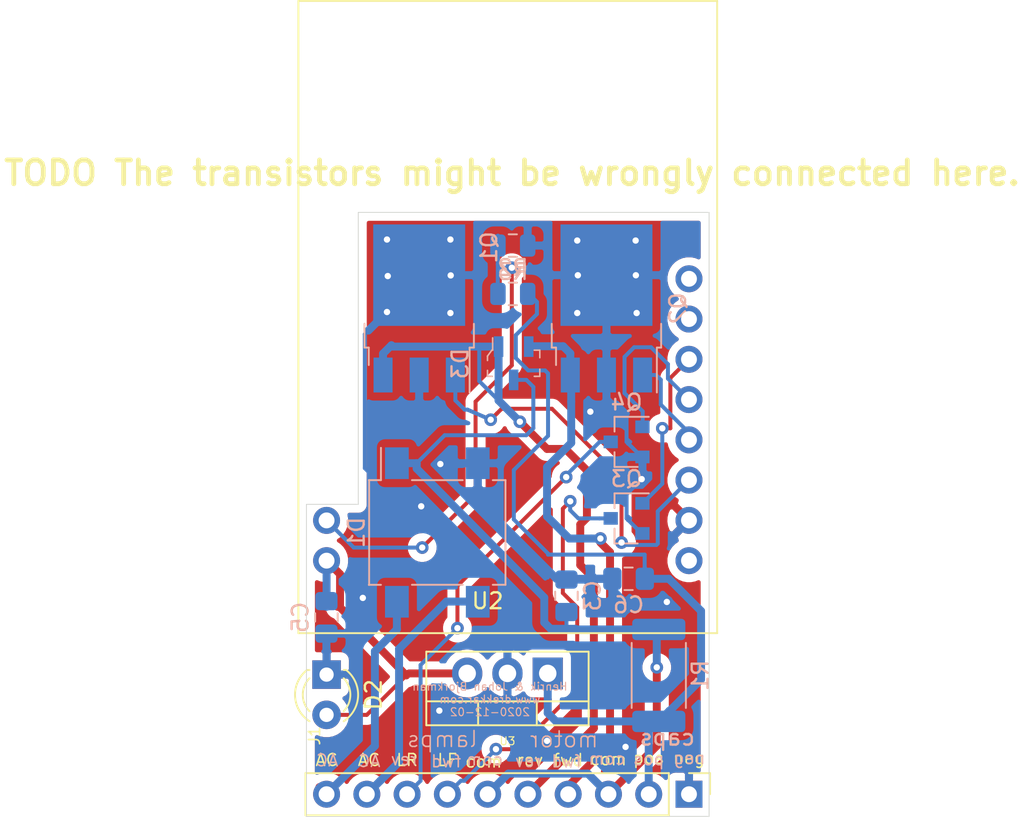
<source format=kicad_pcb>
(kicad_pcb (version 20171130) (host pcbnew 5.1.5+dfsg1-2build2)

  (general
    (thickness 1.6)
    (drawings 31)
    (tracks 264)
    (zones 0)
    (modules 16)
    (nets 18)
  )

  (page A4)
  (layers
    (0 F.Cu signal)
    (31 B.Cu signal)
    (32 B.Adhes user)
    (33 F.Adhes user)
    (34 B.Paste user)
    (35 F.Paste user)
    (36 B.SilkS user)
    (37 F.SilkS user)
    (38 B.Mask user)
    (39 F.Mask user)
    (40 Dwgs.User user)
    (41 Cmts.User user)
    (42 Eco1.User user)
    (43 Eco2.User user)
    (44 Edge.Cuts user)
    (45 Margin user)
    (46 B.CrtYd user)
    (47 F.CrtYd user)
    (48 B.Fab user)
    (49 F.Fab user)
  )

  (setup
    (last_trace_width 0.25)
    (user_trace_width 0.5)
    (trace_clearance 0.2)
    (zone_clearance 0.508)
    (zone_45_only no)
    (trace_min 0.2)
    (via_size 0.8)
    (via_drill 0.4)
    (via_min_size 0.4)
    (via_min_drill 0.3)
    (uvia_size 0.3)
    (uvia_drill 0.1)
    (uvias_allowed no)
    (uvia_min_size 0.2)
    (uvia_min_drill 0.1)
    (edge_width 0.05)
    (segment_width 0.2)
    (pcb_text_width 0.3)
    (pcb_text_size 1.5 1.5)
    (mod_edge_width 0.12)
    (mod_text_size 1 1)
    (mod_text_width 0.15)
    (pad_size 1.524 1.524)
    (pad_drill 0.762)
    (pad_to_mask_clearance 0.051)
    (solder_mask_min_width 0.25)
    (aux_axis_origin 0 0)
    (visible_elements FFFFFF7F)
    (pcbplotparams
      (layerselection 0x010fc_ffffffff)
      (usegerberextensions false)
      (usegerberattributes false)
      (usegerberadvancedattributes false)
      (creategerberjobfile false)
      (excludeedgelayer true)
      (linewidth 0.100000)
      (plotframeref false)
      (viasonmask false)
      (mode 1)
      (useauxorigin false)
      (hpglpennumber 1)
      (hpglpenspeed 20)
      (hpglpendiameter 15.000000)
      (psnegative false)
      (psa4output false)
      (plotreference true)
      (plotvalue true)
      (plotinvisibletext false)
      (padsonsilk false)
      (subtractmaskfromsilk false)
      (outputformat 1)
      (mirror false)
      (drillshape 0)
      (scaleselection 1)
      (outputdirectory "prod/"))
  )

  (net 0 "")
  (net 1 GND)
  (net 2 "Net-(C3-Pad1)")
  (net 3 "Net-(C5-Pad1)")
  (net 4 "Net-(C6-Pad2)")
  (net 5 "Net-(D1-Pad4)")
  (net 6 "Net-(D1-Pad3)")
  (net 7 "Net-(D3-Pad1)")
  (net 8 "Net-(D3-Pad2)")
  (net 9 "Net-(Q1-Pad1)")
  (net 10 "Net-(Q2-Pad1)")
  (net 11 "Net-(Q3-Pad1)")
  (net 12 "Net-(Q4-Pad1)")
  (net 13 "Net-(R2-Pad2)")
  (net 14 "Net-(J1-Pad8)")
  (net 15 "Net-(J1-Pad7)")
  (net 16 "Net-(U2-Pad7)")
  (net 17 "Net-(U2-Pad1)")

  (net_class Default "This is the default net class."
    (clearance 0.2)
    (trace_width 0.25)
    (via_dia 0.8)
    (via_drill 0.4)
    (uvia_dia 0.3)
    (uvia_drill 0.1)
    (add_net GND)
    (add_net "Net-(C3-Pad1)")
    (add_net "Net-(C5-Pad1)")
    (add_net "Net-(C6-Pad2)")
    (add_net "Net-(D1-Pad3)")
    (add_net "Net-(D1-Pad4)")
    (add_net "Net-(D3-Pad1)")
    (add_net "Net-(D3-Pad2)")
    (add_net "Net-(J1-Pad7)")
    (add_net "Net-(J1-Pad8)")
    (add_net "Net-(Q1-Pad1)")
    (add_net "Net-(Q2-Pad1)")
    (add_net "Net-(Q3-Pad1)")
    (add_net "Net-(Q4-Pad1)")
    (add_net "Net-(R2-Pad2)")
    (add_net "Net-(U2-Pad1)")
    (add_net "Net-(U2-Pad7)")
  )

  (module LED_THT:LED_D3.0mm (layer F.Cu) (tedit 587A3A7B) (tstamp 5F93F28C)
    (at 114.3 126.44 270)
    (descr "LED, diameter 3.0mm, 2 pins")
    (tags "LED diameter 3.0mm 2 pins")
    (path /5F9420FF)
    (fp_text reference D2 (at 1.27 -2.96 90) (layer F.SilkS)
      (effects (font (size 1 1) (thickness 0.15)))
    )
    (fp_text value LED (at 1.27 2.96 90) (layer F.Fab)
      (effects (font (size 1 1) (thickness 0.15)))
    )
    (fp_line (start 3.7 -2.25) (end -1.15 -2.25) (layer F.CrtYd) (width 0.05))
    (fp_line (start 3.7 2.25) (end 3.7 -2.25) (layer F.CrtYd) (width 0.05))
    (fp_line (start -1.15 2.25) (end 3.7 2.25) (layer F.CrtYd) (width 0.05))
    (fp_line (start -1.15 -2.25) (end -1.15 2.25) (layer F.CrtYd) (width 0.05))
    (fp_line (start -0.29 1.08) (end -0.29 1.236) (layer F.SilkS) (width 0.12))
    (fp_line (start -0.29 -1.236) (end -0.29 -1.08) (layer F.SilkS) (width 0.12))
    (fp_line (start -0.23 -1.16619) (end -0.23 1.16619) (layer F.Fab) (width 0.1))
    (fp_circle (center 1.27 0) (end 2.77 0) (layer F.Fab) (width 0.1))
    (fp_arc (start 1.27 0) (end 0.229039 1.08) (angle -87.9) (layer F.SilkS) (width 0.12))
    (fp_arc (start 1.27 0) (end 0.229039 -1.08) (angle 87.9) (layer F.SilkS) (width 0.12))
    (fp_arc (start 1.27 0) (end -0.29 1.235516) (angle -108.8) (layer F.SilkS) (width 0.12))
    (fp_arc (start 1.27 0) (end -0.29 -1.235516) (angle 108.8) (layer F.SilkS) (width 0.12))
    (fp_arc (start 1.27 0) (end -0.23 -1.16619) (angle 284.3) (layer F.Fab) (width 0.1))
    (pad 2 thru_hole circle (at 2.54 0 270) (size 1.8 1.8) (drill 0.9) (layers *.Cu *.Mask)
      (net 3 "Net-(C5-Pad1)"))
    (pad 1 thru_hole rect (at 0 0 270) (size 1.8 1.8) (drill 0.9) (layers *.Cu *.Mask)
      (net 1 GND))
    (model ${KISYS3DMOD}/LED_THT.3dshapes/LED_D3.0mm.wrl
      (at (xyz 0 0 0))
      (scale (xyz 1 1 1))
      (rotate (xyz 0 0 0))
    )
  )

  (module eit_footprints:ESP32-CAM-10pin (layer F.Cu) (tedit 5F7A1A14) (tstamp 5F7128B5)
    (at 124.46 111.633 180)
    (path /5F16A753)
    (fp_text reference U2 (at 0 -10.16) (layer F.SilkS)
      (effects (font (size 1 1) (thickness 0.15)))
    )
    (fp_text value ESP32-cam (at 0 11.43) (layer F.Fab)
      (effects (font (size 1 1) (thickness 0.15)))
    )
    (fp_line (start 11.938 -12.192) (end -14.478 -12.192) (layer F.SilkS) (width 0.12))
    (fp_line (start 11.938 27.686) (end 11.938 -12.192) (layer F.SilkS) (width 0.12))
    (fp_line (start -14.478 27.686) (end 11.938 27.686) (layer F.SilkS) (width 0.12))
    (fp_line (start -14.478 -12.192) (end -14.478 27.686) (layer F.SilkS) (width 0.12))
    (pad 16 thru_hole circle (at 10.16 -7.62 180) (size 1.7 1.7) (drill 1) (layers *.Cu *.Mask)
      (net 3 "Net-(C5-Pad1)"))
    (pad 15 thru_hole circle (at 10.16 -5.08 180) (size 1.7 1.7) (drill 1) (layers *.Cu *.Mask)
      (net 13 "Net-(R2-Pad2)"))
    (pad 8 thru_hole circle (at -12.7 10.16 180) (size 1.7 1.7) (drill 1) (layers *.Cu *.Mask))
    (pad 7 thru_hole circle (at -12.7 7.62 180) (size 1.7 1.7) (drill 1) (layers *.Cu *.Mask)
      (net 16 "Net-(U2-Pad7)"))
    (pad 6 thru_hole circle (at -12.7 5.08 180) (size 1.7 1.7) (drill 1) (layers *.Cu *.Mask)
      (net 11 "Net-(Q3-Pad1)"))
    (pad 5 thru_hole circle (at -12.7 2.54 180) (size 1.7 1.7) (drill 1) (layers *.Cu *.Mask)
      (net 12 "Net-(Q4-Pad1)"))
    (pad 4 thru_hole circle (at -12.7 0 180) (size 1.7 1.7) (drill 1) (layers *.Cu *.Mask)
      (net 10 "Net-(Q2-Pad1)"))
    (pad 3 thru_hole circle (at -12.7 -2.54 180) (size 1.7 1.7) (drill 1) (layers *.Cu *.Mask)
      (net 9 "Net-(Q1-Pad1)"))
    (pad 2 thru_hole circle (at -12.7 -5.08 180) (size 1.7 1.7) (drill 1) (layers *.Cu *.Mask)
      (net 1 GND))
    (pad 1 thru_hole circle (at -12.7 -7.62 180) (size 1.7 1.7) (drill 1) (layers *.Cu *.Mask)
      (net 17 "Net-(U2-Pad1)"))
  )

  (module Resistor_SMD:R_2512_6332Metric (layer B.Cu) (tedit 5B301BBD) (tstamp 5F73BF92)
    (at 135.255 126.492 90)
    (descr "Resistor SMD 2512 (6332 Metric), square (rectangular) end terminal, IPC_7351 nominal, (Body size source: http://www.tortai-tech.com/upload/download/2011102023233369053.pdf), generated with kicad-footprint-generator")
    (tags resistor)
    (path /5F21E564)
    (attr smd)
    (fp_text reference R1 (at 0 2.62 270) (layer B.SilkS)
      (effects (font (size 1 1) (thickness 0.15)) (justify mirror))
    )
    (fp_text value R (at 0 -2.62 270) (layer B.Fab)
      (effects (font (size 1 1) (thickness 0.15)) (justify mirror))
    )
    (fp_text user %R (at 0 0 270) (layer B.Fab)
      (effects (font (size 1 1) (thickness 0.15)) (justify mirror))
    )
    (fp_line (start 3.82 -1.92) (end -3.82 -1.92) (layer B.CrtYd) (width 0.05))
    (fp_line (start 3.82 1.92) (end 3.82 -1.92) (layer B.CrtYd) (width 0.05))
    (fp_line (start -3.82 1.92) (end 3.82 1.92) (layer B.CrtYd) (width 0.05))
    (fp_line (start -3.82 -1.92) (end -3.82 1.92) (layer B.CrtYd) (width 0.05))
    (fp_line (start -2.052064 -1.71) (end 2.052064 -1.71) (layer B.SilkS) (width 0.12))
    (fp_line (start -2.052064 1.71) (end 2.052064 1.71) (layer B.SilkS) (width 0.12))
    (fp_line (start 3.15 -1.6) (end -3.15 -1.6) (layer B.Fab) (width 0.1))
    (fp_line (start 3.15 1.6) (end 3.15 -1.6) (layer B.Fab) (width 0.1))
    (fp_line (start -3.15 1.6) (end 3.15 1.6) (layer B.Fab) (width 0.1))
    (fp_line (start -3.15 -1.6) (end -3.15 1.6) (layer B.Fab) (width 0.1))
    (pad 2 smd roundrect (at 2.9 0 90) (size 1.35 3.35) (layers B.Cu B.Paste B.Mask) (roundrect_rratio 0.185185)
      (net 2 "Net-(C3-Pad1)"))
    (pad 1 smd roundrect (at -2.9 0 90) (size 1.35 3.35) (layers B.Cu B.Paste B.Mask) (roundrect_rratio 0.185185)
      (net 4 "Net-(C6-Pad2)"))
    (model ${KISYS3DMOD}/Resistor_SMD.3dshapes/R_2512_6332Metric.wrl
      (at (xyz 0 0 0))
      (scale (xyz 1 1 1))
      (rotate (xyz 0 0 0))
    )
  )

  (module Package_TO_SOT_SMD:SOT-23 (layer B.Cu) (tedit 5A02FF57) (tstamp 5F759FBD)
    (at 133.223 111.76 180)
    (descr "SOT-23, Standard")
    (tags SOT-23)
    (path /5F2578EE)
    (attr smd)
    (fp_text reference Q4 (at 0 2.5) (layer B.SilkS)
      (effects (font (size 1 1) (thickness 0.15)) (justify mirror))
    )
    (fp_text value MMBF170 (at 0 -2.5) (layer B.Fab)
      (effects (font (size 1 1) (thickness 0.15)) (justify mirror))
    )
    (fp_line (start 0.76 -1.58) (end -0.7 -1.58) (layer B.SilkS) (width 0.12))
    (fp_line (start 0.76 1.58) (end -1.4 1.58) (layer B.SilkS) (width 0.12))
    (fp_line (start -1.7 -1.75) (end -1.7 1.75) (layer B.CrtYd) (width 0.05))
    (fp_line (start 1.7 -1.75) (end -1.7 -1.75) (layer B.CrtYd) (width 0.05))
    (fp_line (start 1.7 1.75) (end 1.7 -1.75) (layer B.CrtYd) (width 0.05))
    (fp_line (start -1.7 1.75) (end 1.7 1.75) (layer B.CrtYd) (width 0.05))
    (fp_line (start 0.76 1.58) (end 0.76 0.65) (layer B.SilkS) (width 0.12))
    (fp_line (start 0.76 -1.58) (end 0.76 -0.65) (layer B.SilkS) (width 0.12))
    (fp_line (start -0.7 -1.52) (end 0.7 -1.52) (layer B.Fab) (width 0.1))
    (fp_line (start 0.7 1.52) (end 0.7 -1.52) (layer B.Fab) (width 0.1))
    (fp_line (start -0.7 0.95) (end -0.15 1.52) (layer B.Fab) (width 0.1))
    (fp_line (start -0.15 1.52) (end 0.7 1.52) (layer B.Fab) (width 0.1))
    (fp_line (start -0.7 0.95) (end -0.7 -1.5) (layer B.Fab) (width 0.1))
    (fp_text user %R (at 0 0 270) (layer B.Fab)
      (effects (font (size 0.5 0.5) (thickness 0.075)) (justify mirror))
    )
    (pad 3 smd rect (at 1 0 180) (size 0.9 0.8) (layers B.Cu B.Paste B.Mask)
      (net 14 "Net-(J1-Pad8)"))
    (pad 2 smd rect (at -1 -0.95 180) (size 0.9 0.8) (layers B.Cu B.Paste B.Mask)
      (net 1 GND))
    (pad 1 smd rect (at -1 0.95 180) (size 0.9 0.8) (layers B.Cu B.Paste B.Mask)
      (net 12 "Net-(Q4-Pad1)"))
    (model ${KISYS3DMOD}/Package_TO_SOT_SMD.3dshapes/SOT-23.wrl
      (at (xyz 0 0 0))
      (scale (xyz 1 1 1))
      (rotate (xyz 0 0 0))
    )
  )

  (module Package_TO_SOT_SMD:SOT-23 (layer B.Cu) (tedit 5A02FF57) (tstamp 5F73BF6C)
    (at 133.223 116.586 180)
    (descr "SOT-23, Standard")
    (tags SOT-23)
    (path /5F2BA0E0)
    (attr smd)
    (fp_text reference Q3 (at 0 2.5) (layer B.SilkS)
      (effects (font (size 1 1) (thickness 0.15)) (justify mirror))
    )
    (fp_text value MMBF170 (at 0 -2.5) (layer B.Fab)
      (effects (font (size 1 1) (thickness 0.15)) (justify mirror))
    )
    (fp_line (start 0.76 -1.58) (end -0.7 -1.58) (layer B.SilkS) (width 0.12))
    (fp_line (start 0.76 1.58) (end -1.4 1.58) (layer B.SilkS) (width 0.12))
    (fp_line (start -1.7 -1.75) (end -1.7 1.75) (layer B.CrtYd) (width 0.05))
    (fp_line (start 1.7 -1.75) (end -1.7 -1.75) (layer B.CrtYd) (width 0.05))
    (fp_line (start 1.7 1.75) (end 1.7 -1.75) (layer B.CrtYd) (width 0.05))
    (fp_line (start -1.7 1.75) (end 1.7 1.75) (layer B.CrtYd) (width 0.05))
    (fp_line (start 0.76 1.58) (end 0.76 0.65) (layer B.SilkS) (width 0.12))
    (fp_line (start 0.76 -1.58) (end 0.76 -0.65) (layer B.SilkS) (width 0.12))
    (fp_line (start -0.7 -1.52) (end 0.7 -1.52) (layer B.Fab) (width 0.1))
    (fp_line (start 0.7 1.52) (end 0.7 -1.52) (layer B.Fab) (width 0.1))
    (fp_line (start -0.7 0.95) (end -0.15 1.52) (layer B.Fab) (width 0.1))
    (fp_line (start -0.15 1.52) (end 0.7 1.52) (layer B.Fab) (width 0.1))
    (fp_line (start -0.7 0.95) (end -0.7 -1.5) (layer B.Fab) (width 0.1))
    (fp_text user %R (at 0 0 270) (layer B.Fab)
      (effects (font (size 0.5 0.5) (thickness 0.075)) (justify mirror))
    )
    (pad 3 smd rect (at 1 0 180) (size 0.9 0.8) (layers B.Cu B.Paste B.Mask)
      (net 15 "Net-(J1-Pad7)"))
    (pad 2 smd rect (at -1 -0.95 180) (size 0.9 0.8) (layers B.Cu B.Paste B.Mask)
      (net 1 GND))
    (pad 1 smd rect (at -1 0.95 180) (size 0.9 0.8) (layers B.Cu B.Paste B.Mask)
      (net 11 "Net-(Q3-Pad1)"))
    (model ${KISYS3DMOD}/Package_TO_SOT_SMD.3dshapes/SOT-23.wrl
      (at (xyz 0 0 0))
      (scale (xyz 1 1 1))
      (rotate (xyz 0 0 0))
    )
  )

  (module digikey-footprints:SOT-23-3 (layer B.Cu) (tedit 5D28A5E3) (tstamp 5F73BE57)
    (at 126.1 106.8 270)
    (path /5F27964B)
    (attr smd)
    (fp_text reference D3 (at 0.025 3.375 270) (layer B.SilkS)
      (effects (font (size 1 1) (thickness 0.15)) (justify mirror))
    )
    (fp_text value D_x2_KCom_AAK (at 0.025 -3.25 270) (layer B.Fab)
      (effects (font (size 1 1) (thickness 0.15)) (justify mirror))
    )
    (fp_line (start 0.7 -1.52) (end 0.7 1.52) (layer B.Fab) (width 0.1))
    (fp_line (start -0.7 -1.52) (end 0.7 -1.52) (layer B.Fab) (width 0.1))
    (fp_text user %R (at -0.125 -0.15 270) (layer B.Fab)
      (effects (font (size 0.25 0.25) (thickness 0.05)) (justify mirror))
    )
    (fp_line (start 0.825 1.65) (end 0.825 1.35) (layer B.SilkS) (width 0.1))
    (fp_line (start 0.45 1.65) (end 0.825 1.65) (layer B.SilkS) (width 0.1))
    (fp_line (start 0.825 -1.65) (end 0.375 -1.65) (layer B.SilkS) (width 0.1))
    (fp_line (start 0.825 -1.35) (end 0.825 -1.65) (layer B.SilkS) (width 0.1))
    (fp_line (start 0.825 -1.425) (end 0.825 -1.3) (layer B.SilkS) (width 0.1))
    (fp_line (start -0.825 -1.65) (end -0.825 -1.3) (layer B.SilkS) (width 0.1))
    (fp_line (start -0.35 -1.65) (end -0.825 -1.65) (layer B.SilkS) (width 0.1))
    (fp_line (start -0.425 1.525) (end -0.7 1.325) (layer B.Fab) (width 0.1))
    (fp_line (start -0.425 1.525) (end 0.7 1.525) (layer B.Fab) (width 0.1))
    (fp_line (start -0.7 1.325) (end -0.7 -1.525) (layer B.Fab) (width 0.1))
    (fp_line (start -0.825 1.325) (end -1.6 1.325) (layer B.SilkS) (width 0.1))
    (fp_line (start -0.825 1.375) (end -0.825 1.325) (layer B.SilkS) (width 0.1))
    (fp_line (start -0.45 1.65) (end -0.825 1.375) (layer B.SilkS) (width 0.1))
    (fp_line (start -0.175 1.65) (end -0.45 1.65) (layer B.SilkS) (width 0.1))
    (fp_line (start 1.825 1.95) (end 1.825 -1.95) (layer B.CrtYd) (width 0.05))
    (fp_line (start 1.825 -1.95) (end -1.825 -1.95) (layer B.CrtYd) (width 0.05))
    (fp_line (start -1.825 1.95) (end -1.825 -1.95) (layer B.CrtYd) (width 0.05))
    (fp_line (start -1.825 1.95) (end 1.825 1.95) (layer B.CrtYd) (width 0.05))
    (pad 1 smd rect (at -1.05 0.95 270) (size 1.3 0.6) (layers B.Cu B.Paste B.Mask)
      (net 7 "Net-(D3-Pad1)") (solder_mask_margin 0.07))
    (pad 2 smd rect (at -1.05 -0.95 270) (size 1.3 0.6) (layers B.Cu B.Paste B.Mask)
      (net 8 "Net-(D3-Pad2)") (solder_mask_margin 0.07))
    (pad 3 smd rect (at 1.05 0 270) (size 1.3 0.6) (layers B.Cu B.Paste B.Mask)
      (net 2 "Net-(C3-Pad1)") (solder_mask_margin 0.07))
  )

  (module Diode_SMD:Diode_Bridge_Vishay_DFS (layer B.Cu) (tedit 5A4F675E) (tstamp 5F73BE1F)
    (at 121.285 117.475 270)
    (descr "SMD diode bridge DFS, see http://www.vishay.com/docs/88854/padlayouts.pdf")
    (tags DFS)
    (path /5F218132)
    (attr smd)
    (fp_text reference D1 (at 0 5.1 90) (layer B.SilkS)
      (effects (font (size 1 1) (thickness 0.15)) (justify mirror))
    )
    (fp_text value D_Bridge_+-AA (at 0 -5.2 90) (layer B.Fab)
      (effects (font (size 1 1) (thickness 0.15)) (justify mirror))
    )
    (fp_line (start 5.62 -4.45) (end -5.62 -4.45) (layer B.CrtYd) (width 0.05))
    (fp_line (start 5.62 -4.45) (end 5.62 4.45) (layer B.CrtYd) (width 0.05))
    (fp_line (start -5.62 4.45) (end -5.62 -4.45) (layer B.CrtYd) (width 0.05))
    (fp_line (start -5.62 4.45) (end 5.62 4.45) (layer B.CrtYd) (width 0.05))
    (fp_line (start -2.3 4.2) (end 3.2 4.2) (layer B.Fab) (width 0.12))
    (fp_line (start -3.2 3.3) (end -2.3 4.2) (layer B.Fab) (width 0.12))
    (fp_line (start -3.2 -4.2) (end -3.2 3.3) (layer B.Fab) (width 0.12))
    (fp_line (start 3.2 -4.2) (end -3.2 -4.2) (layer B.Fab) (width 0.12))
    (fp_line (start 3.2 4.2) (end 3.2 -4.2) (layer B.Fab) (width 0.12))
    (fp_line (start -3.3 4.3) (end 3.3 4.3) (layer B.SilkS) (width 0.12))
    (fp_line (start 3.3 1.6) (end 3.3 -1.6) (layer B.SilkS) (width 0.12))
    (fp_line (start -3.3 1.6) (end -3.3 -1.6) (layer B.SilkS) (width 0.12))
    (fp_line (start 3.3 -4.3) (end 3.3 -3.5) (layer B.SilkS) (width 0.12))
    (fp_line (start -3.3 -4.3) (end 3.3 -4.3) (layer B.SilkS) (width 0.12))
    (fp_line (start -3.3 -3.5) (end -3.3 -4.3) (layer B.SilkS) (width 0.12))
    (fp_text user %R (at 0 0.065 90) (layer B.Fab)
      (effects (font (size 1 1) (thickness 0.15)) (justify mirror))
    )
    (fp_line (start -3.302 4.318) (end -3.302 3.556) (layer B.SilkS) (width 0.12))
    (fp_line (start -3.302 3.556) (end -5.334 3.556) (layer B.SilkS) (width 0.12))
    (fp_line (start -5.334 3.556) (end -5.334 3.556) (layer B.SilkS) (width 0.12))
    (fp_line (start 3.302 3.556) (end 3.302 4.318) (layer B.SilkS) (width 0.12))
    (fp_line (start 3.302 4.318) (end 3.302 4.318) (layer B.SilkS) (width 0.12))
    (pad 4 smd rect (at 4.37 2.55 270) (size 2 1.5) (layers B.Cu B.Paste B.Mask)
      (net 5 "Net-(D1-Pad4)"))
    (pad 3 smd rect (at 4.37 -2.55 270) (size 2 1.5) (layers B.Cu B.Paste B.Mask)
      (net 6 "Net-(D1-Pad3)"))
    (pad 2 smd rect (at -4.37 -2.55 270) (size 2 1.5) (layers B.Cu B.Paste B.Mask)
      (net 1 GND))
    (pad 1 smd rect (at -4.37 2.55 270) (size 2 1.5) (layers B.Cu B.Paste B.Mask)
      (net 2 "Net-(C3-Pad1)"))
    (model ${KISYS3DMOD}/Diode_SMD.3dshapes/Diode_Bridge_Vishay_DFS.wrl
      (at (xyz 0 0 0))
      (scale (xyz 1 1 1))
      (rotate (xyz 0 0 0))
    )
  )

  (module Capacitor_SMD:C_0805_2012Metric_Pad1.15x1.40mm_HandSolder (layer B.Cu) (tedit 5B36C52B) (tstamp 5F73BE02)
    (at 133.35 120.396)
    (descr "Capacitor SMD 0805 (2012 Metric), square (rectangular) end terminal, IPC_7351 nominal with elongated pad for handsoldering. (Body size source: https://docs.google.com/spreadsheets/d/1BsfQQcO9C6DZCsRaXUlFlo91Tg2WpOkGARC1WS5S8t0/edit?usp=sharing), generated with kicad-footprint-generator")
    (tags "capacitor handsolder")
    (path /5F24F95F)
    (attr smd)
    (fp_text reference C6 (at 0 1.65 180) (layer B.SilkS)
      (effects (font (size 1 1) (thickness 0.15)) (justify mirror))
    )
    (fp_text value C (at 0 -1.65 180) (layer B.Fab)
      (effects (font (size 1 1) (thickness 0.15)) (justify mirror))
    )
    (fp_text user %R (at 0 0 180) (layer B.Fab)
      (effects (font (size 0.5 0.5) (thickness 0.08)) (justify mirror))
    )
    (fp_line (start 1.85 -0.95) (end -1.85 -0.95) (layer B.CrtYd) (width 0.05))
    (fp_line (start 1.85 0.95) (end 1.85 -0.95) (layer B.CrtYd) (width 0.05))
    (fp_line (start -1.85 0.95) (end 1.85 0.95) (layer B.CrtYd) (width 0.05))
    (fp_line (start -1.85 -0.95) (end -1.85 0.95) (layer B.CrtYd) (width 0.05))
    (fp_line (start -0.261252 -0.71) (end 0.261252 -0.71) (layer B.SilkS) (width 0.12))
    (fp_line (start -0.261252 0.71) (end 0.261252 0.71) (layer B.SilkS) (width 0.12))
    (fp_line (start 1 -0.6) (end -1 -0.6) (layer B.Fab) (width 0.1))
    (fp_line (start 1 0.6) (end 1 -0.6) (layer B.Fab) (width 0.1))
    (fp_line (start -1 0.6) (end 1 0.6) (layer B.Fab) (width 0.1))
    (fp_line (start -1 -0.6) (end -1 0.6) (layer B.Fab) (width 0.1))
    (pad 2 smd roundrect (at 1.025 0) (size 1.15 1.4) (layers B.Cu B.Paste B.Mask) (roundrect_rratio 0.217391)
      (net 4 "Net-(C6-Pad2)"))
    (pad 1 smd roundrect (at -1.025 0) (size 1.15 1.4) (layers B.Cu B.Paste B.Mask) (roundrect_rratio 0.217391)
      (net 1 GND))
    (model ${KISYS3DMOD}/Capacitor_SMD.3dshapes/C_0805_2012Metric.wrl
      (at (xyz 0 0 0))
      (scale (xyz 1 1 1))
      (rotate (xyz 0 0 0))
    )
  )

  (module Capacitor_SMD:C_0805_2012Metric_Pad1.15x1.40mm_HandSolder (layer B.Cu) (tedit 5B36C52B) (tstamp 5F73BDF1)
    (at 114.29 122.83 270)
    (descr "Capacitor SMD 0805 (2012 Metric), square (rectangular) end terminal, IPC_7351 nominal with elongated pad for handsoldering. (Body size source: https://docs.google.com/spreadsheets/d/1BsfQQcO9C6DZCsRaXUlFlo91Tg2WpOkGARC1WS5S8t0/edit?usp=sharing), generated with kicad-footprint-generator")
    (tags "capacitor handsolder")
    (path /5F3038BA)
    (attr smd)
    (fp_text reference C5 (at 0 1.65 270) (layer B.SilkS)
      (effects (font (size 1 1) (thickness 0.15)) (justify mirror))
    )
    (fp_text value C (at 0 -1.65 270) (layer B.Fab)
      (effects (font (size 1 1) (thickness 0.15)) (justify mirror))
    )
    (fp_text user %R (at 0 0 270) (layer B.Fab)
      (effects (font (size 0.5 0.5) (thickness 0.08)) (justify mirror))
    )
    (fp_line (start 1.85 -0.95) (end -1.85 -0.95) (layer B.CrtYd) (width 0.05))
    (fp_line (start 1.85 0.95) (end 1.85 -0.95) (layer B.CrtYd) (width 0.05))
    (fp_line (start -1.85 0.95) (end 1.85 0.95) (layer B.CrtYd) (width 0.05))
    (fp_line (start -1.85 -0.95) (end -1.85 0.95) (layer B.CrtYd) (width 0.05))
    (fp_line (start -0.261252 -0.71) (end 0.261252 -0.71) (layer B.SilkS) (width 0.12))
    (fp_line (start -0.261252 0.71) (end 0.261252 0.71) (layer B.SilkS) (width 0.12))
    (fp_line (start 1 -0.6) (end -1 -0.6) (layer B.Fab) (width 0.1))
    (fp_line (start 1 0.6) (end 1 -0.6) (layer B.Fab) (width 0.1))
    (fp_line (start -1 0.6) (end 1 0.6) (layer B.Fab) (width 0.1))
    (fp_line (start -1 -0.6) (end -1 0.6) (layer B.Fab) (width 0.1))
    (pad 2 smd roundrect (at 1.025 0 270) (size 1.15 1.4) (layers B.Cu B.Paste B.Mask) (roundrect_rratio 0.217391)
      (net 1 GND))
    (pad 1 smd roundrect (at -1.025 0 270) (size 1.15 1.4) (layers B.Cu B.Paste B.Mask) (roundrect_rratio 0.217391)
      (net 3 "Net-(C5-Pad1)"))
    (model ${KISYS3DMOD}/Capacitor_SMD.3dshapes/C_0805_2012Metric.wrl
      (at (xyz 0 0 0))
      (scale (xyz 1 1 1))
      (rotate (xyz 0 0 0))
    )
  )

  (module Capacitor_SMD:C_0805_2012Metric_Pad1.15x1.40mm_HandSolder (layer B.Cu) (tedit 5B36C52B) (tstamp 5F73BDCF)
    (at 129.43 121.47 90)
    (descr "Capacitor SMD 0805 (2012 Metric), square (rectangular) end terminal, IPC_7351 nominal with elongated pad for handsoldering. (Body size source: https://docs.google.com/spreadsheets/d/1BsfQQcO9C6DZCsRaXUlFlo91Tg2WpOkGARC1WS5S8t0/edit?usp=sharing), generated with kicad-footprint-generator")
    (tags "capacitor handsolder")
    (path /5F313280)
    (attr smd)
    (fp_text reference C3 (at 0 1.65 90) (layer B.SilkS)
      (effects (font (size 1 1) (thickness 0.15)) (justify mirror))
    )
    (fp_text value C (at 0 -1.65 90) (layer B.Fab)
      (effects (font (size 1 1) (thickness 0.15)) (justify mirror))
    )
    (fp_text user %R (at 0 0 90) (layer B.Fab)
      (effects (font (size 0.5 0.5) (thickness 0.08)) (justify mirror))
    )
    (fp_line (start 1.85 -0.95) (end -1.85 -0.95) (layer B.CrtYd) (width 0.05))
    (fp_line (start 1.85 0.95) (end 1.85 -0.95) (layer B.CrtYd) (width 0.05))
    (fp_line (start -1.85 0.95) (end 1.85 0.95) (layer B.CrtYd) (width 0.05))
    (fp_line (start -1.85 -0.95) (end -1.85 0.95) (layer B.CrtYd) (width 0.05))
    (fp_line (start -0.261252 -0.71) (end 0.261252 -0.71) (layer B.SilkS) (width 0.12))
    (fp_line (start -0.261252 0.71) (end 0.261252 0.71) (layer B.SilkS) (width 0.12))
    (fp_line (start 1 -0.6) (end -1 -0.6) (layer B.Fab) (width 0.1))
    (fp_line (start 1 0.6) (end 1 -0.6) (layer B.Fab) (width 0.1))
    (fp_line (start -1 0.6) (end 1 0.6) (layer B.Fab) (width 0.1))
    (fp_line (start -1 -0.6) (end -1 0.6) (layer B.Fab) (width 0.1))
    (pad 2 smd roundrect (at 1.025 0 90) (size 1.15 1.4) (layers B.Cu B.Paste B.Mask) (roundrect_rratio 0.217391)
      (net 1 GND))
    (pad 1 smd roundrect (at -1.025 0 90) (size 1.15 1.4) (layers B.Cu B.Paste B.Mask) (roundrect_rratio 0.217391)
      (net 2 "Net-(C3-Pad1)"))
    (model ${KISYS3DMOD}/Capacitor_SMD.3dshapes/C_0805_2012Metric.wrl
      (at (xyz 0 0 0))
      (scale (xyz 1 1 1))
      (rotate (xyz 0 0 0))
    )
  )

  (module Resistor_SMD:R_0805_2012Metric (layer B.Cu) (tedit 5B36C52B) (tstamp 5F75B0FF)
    (at 126.0475 99.3775)
    (descr "Resistor SMD 0805 (2012 Metric), square (rectangular) end terminal, IPC_7351 nominal, (Body size source: https://docs.google.com/spreadsheets/d/1BsfQQcO9C6DZCsRaXUlFlo91Tg2WpOkGARC1WS5S8t0/edit?usp=sharing), generated with kicad-footprint-generator")
    (tags resistor)
    (path /5F61F0F4)
    (attr smd)
    (fp_text reference R3 (at 0 1.65) (layer B.SilkS)
      (effects (font (size 1 1) (thickness 0.15)) (justify mirror))
    )
    (fp_text value R (at 0 -1.65) (layer B.Fab)
      (effects (font (size 1 1) (thickness 0.15)) (justify mirror))
    )
    (fp_text user %R (at 0 0) (layer B.Fab)
      (effects (font (size 0.5 0.5) (thickness 0.08)) (justify mirror))
    )
    (fp_line (start 1.68 -0.95) (end -1.68 -0.95) (layer B.CrtYd) (width 0.05))
    (fp_line (start 1.68 0.95) (end 1.68 -0.95) (layer B.CrtYd) (width 0.05))
    (fp_line (start -1.68 0.95) (end 1.68 0.95) (layer B.CrtYd) (width 0.05))
    (fp_line (start -1.68 -0.95) (end -1.68 0.95) (layer B.CrtYd) (width 0.05))
    (fp_line (start -0.258578 -0.71) (end 0.258578 -0.71) (layer B.SilkS) (width 0.12))
    (fp_line (start -0.258578 0.71) (end 0.258578 0.71) (layer B.SilkS) (width 0.12))
    (fp_line (start 1 -0.6) (end -1 -0.6) (layer B.Fab) (width 0.1))
    (fp_line (start 1 0.6) (end 1 -0.6) (layer B.Fab) (width 0.1))
    (fp_line (start -1 0.6) (end 1 0.6) (layer B.Fab) (width 0.1))
    (fp_line (start -1 -0.6) (end -1 0.6) (layer B.Fab) (width 0.1))
    (pad 2 smd roundrect (at 0.9375 0) (size 0.975 1.4) (layers B.Cu B.Paste B.Mask) (roundrect_rratio 0.25)
      (net 1 GND))
    (pad 1 smd roundrect (at -0.9375 0) (size 0.975 1.4) (layers B.Cu B.Paste B.Mask) (roundrect_rratio 0.25)
      (net 13 "Net-(R2-Pad2)"))
    (model ${KISYS3DMOD}/Resistor_SMD.3dshapes/R_0805_2012Metric.wrl
      (at (xyz 0 0 0))
      (scale (xyz 1 1 1))
      (rotate (xyz 0 0 0))
    )
  )

  (module Resistor_SMD:R_0805_2012Metric (layer B.Cu) (tedit 5B36C52B) (tstamp 5F70F170)
    (at 126.0475 102.4255 180)
    (descr "Resistor SMD 0805 (2012 Metric), square (rectangular) end terminal, IPC_7351 nominal, (Body size source: https://docs.google.com/spreadsheets/d/1BsfQQcO9C6DZCsRaXUlFlo91Tg2WpOkGARC1WS5S8t0/edit?usp=sharing), generated with kicad-footprint-generator")
    (tags resistor)
    (path /5F620284)
    (attr smd)
    (fp_text reference R2 (at 0 1.65) (layer B.SilkS)
      (effects (font (size 1 1) (thickness 0.15)) (justify mirror))
    )
    (fp_text value R (at 0 -1.65) (layer B.Fab)
      (effects (font (size 1 1) (thickness 0.15)) (justify mirror))
    )
    (fp_text user %R (at 0 0) (layer B.Fab)
      (effects (font (size 0.5 0.5) (thickness 0.08)) (justify mirror))
    )
    (fp_line (start 1.68 -0.95) (end -1.68 -0.95) (layer B.CrtYd) (width 0.05))
    (fp_line (start 1.68 0.95) (end 1.68 -0.95) (layer B.CrtYd) (width 0.05))
    (fp_line (start -1.68 0.95) (end 1.68 0.95) (layer B.CrtYd) (width 0.05))
    (fp_line (start -1.68 -0.95) (end -1.68 0.95) (layer B.CrtYd) (width 0.05))
    (fp_line (start -0.258578 -0.71) (end 0.258578 -0.71) (layer B.SilkS) (width 0.12))
    (fp_line (start -0.258578 0.71) (end 0.258578 0.71) (layer B.SilkS) (width 0.12))
    (fp_line (start 1 -0.6) (end -1 -0.6) (layer B.Fab) (width 0.1))
    (fp_line (start 1 0.6) (end 1 -0.6) (layer B.Fab) (width 0.1))
    (fp_line (start -1 0.6) (end 1 0.6) (layer B.Fab) (width 0.1))
    (fp_line (start -1 -0.6) (end -1 0.6) (layer B.Fab) (width 0.1))
    (pad 2 smd roundrect (at 0.9375 0 180) (size 0.975 1.4) (layers B.Cu B.Paste B.Mask) (roundrect_rratio 0.25)
      (net 13 "Net-(R2-Pad2)"))
    (pad 1 smd roundrect (at -0.9375 0 180) (size 0.975 1.4) (layers B.Cu B.Paste B.Mask) (roundrect_rratio 0.25)
      (net 4 "Net-(C6-Pad2)"))
    (model ${KISYS3DMOD}/Resistor_SMD.3dshapes/R_0805_2012Metric.wrl
      (at (xyz 0 0 0))
      (scale (xyz 1 1 1))
      (rotate (xyz 0 0 0))
    )
  )

  (module Package_TO_SOT_SMD:TO-252-3_TabPin2 (layer B.Cu) (tedit 5A70F30B) (tstamp 5F70F0EF)
    (at 131.954 103.343 90)
    (descr "TO-252 / DPAK SMD package, http://www.infineon.com/cms/en/product/packages/PG-TO252/PG-TO252-3-1/")
    (tags "DPAK TO-252 DPAK-3 TO-252-3 SOT-428")
    (path /5F261E90)
    (attr smd)
    (fp_text reference Q2 (at 0 4.5 90) (layer B.SilkS)
      (effects (font (size 1 1) (thickness 0.15)) (justify mirror))
    )
    (fp_text value MMBF170 (at 0 -4.5 90) (layer B.Fab)
      (effects (font (size 1 1) (thickness 0.15)) (justify mirror))
    )
    (fp_text user %R (at 0 0 90) (layer B.Fab)
      (effects (font (size 1 1) (thickness 0.15)) (justify mirror))
    )
    (fp_line (start 5.55 3.5) (end -5.55 3.5) (layer B.CrtYd) (width 0.05))
    (fp_line (start 5.55 -3.5) (end 5.55 3.5) (layer B.CrtYd) (width 0.05))
    (fp_line (start -5.55 -3.5) (end 5.55 -3.5) (layer B.CrtYd) (width 0.05))
    (fp_line (start -5.55 3.5) (end -5.55 -3.5) (layer B.CrtYd) (width 0.05))
    (fp_line (start -2.47 -3.18) (end -3.57 -3.18) (layer B.SilkS) (width 0.12))
    (fp_line (start -2.47 -3.45) (end -2.47 -3.18) (layer B.SilkS) (width 0.12))
    (fp_line (start -0.97 -3.45) (end -2.47 -3.45) (layer B.SilkS) (width 0.12))
    (fp_line (start -2.47 3.18) (end -5.3 3.18) (layer B.SilkS) (width 0.12))
    (fp_line (start -2.47 3.45) (end -2.47 3.18) (layer B.SilkS) (width 0.12))
    (fp_line (start -0.97 3.45) (end -2.47 3.45) (layer B.SilkS) (width 0.12))
    (fp_line (start -4.97 -2.655) (end -2.27 -2.655) (layer B.Fab) (width 0.1))
    (fp_line (start -4.97 -1.905) (end -4.97 -2.655) (layer B.Fab) (width 0.1))
    (fp_line (start -2.27 -1.905) (end -4.97 -1.905) (layer B.Fab) (width 0.1))
    (fp_line (start -4.97 -0.375) (end -2.27 -0.375) (layer B.Fab) (width 0.1))
    (fp_line (start -4.97 0.375) (end -4.97 -0.375) (layer B.Fab) (width 0.1))
    (fp_line (start -2.27 0.375) (end -4.97 0.375) (layer B.Fab) (width 0.1))
    (fp_line (start -4.97 1.905) (end -2.27 1.905) (layer B.Fab) (width 0.1))
    (fp_line (start -4.97 2.655) (end -4.97 1.905) (layer B.Fab) (width 0.1))
    (fp_line (start -1.865 2.655) (end -4.97 2.655) (layer B.Fab) (width 0.1))
    (fp_line (start -1.27 3.25) (end 3.95 3.25) (layer B.Fab) (width 0.1))
    (fp_line (start -2.27 2.25) (end -1.27 3.25) (layer B.Fab) (width 0.1))
    (fp_line (start -2.27 -3.25) (end -2.27 2.25) (layer B.Fab) (width 0.1))
    (fp_line (start 3.95 -3.25) (end -2.27 -3.25) (layer B.Fab) (width 0.1))
    (fp_line (start 3.95 3.25) (end 3.95 -3.25) (layer B.Fab) (width 0.1))
    (fp_line (start 4.95 -2.7) (end 3.95 -2.7) (layer B.Fab) (width 0.1))
    (fp_line (start 4.95 2.7) (end 4.95 -2.7) (layer B.Fab) (width 0.1))
    (fp_line (start 3.95 2.7) (end 4.95 2.7) (layer B.Fab) (width 0.1))
    (pad "" smd rect (at 0.425 -1.525 90) (size 3.05 2.75) (layers B.Paste))
    (pad "" smd rect (at 3.775 1.525 90) (size 3.05 2.75) (layers B.Paste))
    (pad "" smd rect (at 0.425 1.525 90) (size 3.05 2.75) (layers B.Paste))
    (pad "" smd rect (at 3.775 -1.525 90) (size 3.05 2.75) (layers B.Paste))
    (pad 2 smd rect (at 2.1 0 90) (size 6.4 5.8) (layers B.Cu B.Mask)
      (net 1 GND))
    (pad 3 smd rect (at -4.2 -2.28 90) (size 2.2 1.2) (layers B.Cu B.Paste B.Mask)
      (net 8 "Net-(D3-Pad2)"))
    (pad 2 smd rect (at -4.2 0 90) (size 2.2 1.2) (layers B.Cu B.Paste B.Mask)
      (net 1 GND))
    (pad 1 smd rect (at -4.2 2.28 90) (size 2.2 1.2) (layers B.Cu B.Paste B.Mask)
      (net 10 "Net-(Q2-Pad1)"))
    (model ${KISYS3DMOD}/Package_TO_SOT_SMD.3dshapes/TO-252-3_TabPin2.wrl
      (at (xyz 0 0 0))
      (scale (xyz 1 1 1))
      (rotate (xyz 0 0 0))
    )
  )

  (module Package_TO_SOT_SMD:TO-252-3_TabPin2 (layer B.Cu) (tedit 5A70F30B) (tstamp 5F70F0C7)
    (at 120.142 103.343 90)
    (descr "TO-252 / DPAK SMD package, http://www.infineon.com/cms/en/product/packages/PG-TO252/PG-TO252-3-1/")
    (tags "DPAK TO-252 DPAK-3 TO-252-3 SOT-428")
    (path /5F263B9D)
    (attr smd)
    (fp_text reference Q1 (at 3.85 4.4 90) (layer B.SilkS)
      (effects (font (size 1 1) (thickness 0.15)) (justify mirror))
    )
    (fp_text value MMBF170 (at 0 -4.5 90) (layer B.Fab)
      (effects (font (size 1 1) (thickness 0.15)) (justify mirror))
    )
    (fp_text user %R (at 0 0 90) (layer B.Fab)
      (effects (font (size 1 1) (thickness 0.15)) (justify mirror))
    )
    (fp_line (start 5.55 3.5) (end -5.55 3.5) (layer B.CrtYd) (width 0.05))
    (fp_line (start 5.55 -3.5) (end 5.55 3.5) (layer B.CrtYd) (width 0.05))
    (fp_line (start -5.55 -3.5) (end 5.55 -3.5) (layer B.CrtYd) (width 0.05))
    (fp_line (start -5.55 3.5) (end -5.55 -3.5) (layer B.CrtYd) (width 0.05))
    (fp_line (start -2.47 -3.18) (end -3.57 -3.18) (layer B.SilkS) (width 0.12))
    (fp_line (start -2.47 -3.45) (end -2.47 -3.18) (layer B.SilkS) (width 0.12))
    (fp_line (start -0.97 -3.45) (end -2.47 -3.45) (layer B.SilkS) (width 0.12))
    (fp_line (start -2.47 3.18) (end -5.3 3.18) (layer B.SilkS) (width 0.12))
    (fp_line (start -2.47 3.45) (end -2.47 3.18) (layer B.SilkS) (width 0.12))
    (fp_line (start -0.97 3.45) (end -2.47 3.45) (layer B.SilkS) (width 0.12))
    (fp_line (start -4.97 -2.655) (end -2.27 -2.655) (layer B.Fab) (width 0.1))
    (fp_line (start -4.97 -1.905) (end -4.97 -2.655) (layer B.Fab) (width 0.1))
    (fp_line (start -2.27 -1.905) (end -4.97 -1.905) (layer B.Fab) (width 0.1))
    (fp_line (start -4.97 -0.375) (end -2.27 -0.375) (layer B.Fab) (width 0.1))
    (fp_line (start -4.97 0.375) (end -4.97 -0.375) (layer B.Fab) (width 0.1))
    (fp_line (start -2.27 0.375) (end -4.97 0.375) (layer B.Fab) (width 0.1))
    (fp_line (start -4.97 1.905) (end -2.27 1.905) (layer B.Fab) (width 0.1))
    (fp_line (start -4.97 2.655) (end -4.97 1.905) (layer B.Fab) (width 0.1))
    (fp_line (start -1.865 2.655) (end -4.97 2.655) (layer B.Fab) (width 0.1))
    (fp_line (start -1.27 3.25) (end 3.95 3.25) (layer B.Fab) (width 0.1))
    (fp_line (start -2.27 2.25) (end -1.27 3.25) (layer B.Fab) (width 0.1))
    (fp_line (start -2.27 -3.25) (end -2.27 2.25) (layer B.Fab) (width 0.1))
    (fp_line (start 3.95 -3.25) (end -2.27 -3.25) (layer B.Fab) (width 0.1))
    (fp_line (start 3.95 3.25) (end 3.95 -3.25) (layer B.Fab) (width 0.1))
    (fp_line (start 4.95 -2.7) (end 3.95 -2.7) (layer B.Fab) (width 0.1))
    (fp_line (start 4.95 2.7) (end 4.95 -2.7) (layer B.Fab) (width 0.1))
    (fp_line (start 3.95 2.7) (end 4.95 2.7) (layer B.Fab) (width 0.1))
    (pad "" smd rect (at 0.425 -1.525 90) (size 3.05 2.75) (layers B.Paste))
    (pad "" smd rect (at 3.775 1.525 90) (size 3.05 2.75) (layers B.Paste))
    (pad "" smd rect (at 0.425 1.525 90) (size 3.05 2.75) (layers B.Paste))
    (pad "" smd rect (at 3.775 -1.525 90) (size 3.05 2.75) (layers B.Paste))
    (pad 2 smd rect (at 2.1 0 90) (size 6.4 5.8) (layers B.Cu B.Mask)
      (net 1 GND))
    (pad 3 smd rect (at -4.2 -2.28 90) (size 2.2 1.2) (layers B.Cu B.Paste B.Mask)
      (net 7 "Net-(D3-Pad1)"))
    (pad 2 smd rect (at -4.2 0 90) (size 2.2 1.2) (layers B.Cu B.Paste B.Mask)
      (net 1 GND))
    (pad 1 smd rect (at -4.2 2.28 90) (size 2.2 1.2) (layers B.Cu B.Paste B.Mask)
      (net 9 "Net-(Q1-Pad1)"))
    (model ${KISYS3DMOD}/Package_TO_SOT_SMD.3dshapes/TO-252-3_TabPin2.wrl
      (at (xyz 0 0 0))
      (scale (xyz 1 1 1))
      (rotate (xyz 0 0 0))
    )
  )

  (module Package_TO_SOT_THT:TO-220-3_Vertical (layer F.Cu) (tedit 5AC8BA0D) (tstamp 5F93FB0F)
    (at 128.25 126.365 180)
    (descr "TO-220-3, Vertical, RM 2.54mm, see https://www.vishay.com/docs/66542/to-220-1.pdf")
    (tags "TO-220-3 Vertical RM 2.54mm")
    (path /5F300908)
    (fp_text reference U3 (at 2.54 -4.27) (layer F.SilkS)
      (effects (font (size 0.5 0.5) (thickness 0.07)))
    )
    (fp_text value LM7805_TO220 (at 2.54 2.5) (layer F.Fab) hide
      (effects (font (size 1 1) (thickness 0.15)))
    )
    (fp_text user %R (at 2.54 -4.27) (layer F.Fab) hide
      (effects (font (size 1 1) (thickness 0.15)))
    )
    (fp_line (start 7.79 -3.4) (end -2.71 -3.4) (layer F.CrtYd) (width 0.05))
    (fp_line (start 7.79 1.51) (end 7.79 -3.4) (layer F.CrtYd) (width 0.05))
    (fp_line (start -2.71 1.51) (end 7.79 1.51) (layer F.CrtYd) (width 0.05))
    (fp_line (start -2.71 -3.4) (end -2.71 1.51) (layer F.CrtYd) (width 0.05))
    (fp_line (start 4.391 -3.27) (end 4.391 -1.76) (layer F.SilkS) (width 0.12))
    (fp_line (start 0.69 -3.27) (end 0.69 -1.76) (layer F.SilkS) (width 0.12))
    (fp_line (start -2.58 -1.76) (end 7.66 -1.76) (layer F.SilkS) (width 0.12))
    (fp_line (start 7.66 -3.27) (end 7.66 1.371) (layer F.SilkS) (width 0.12))
    (fp_line (start -2.58 -3.27) (end -2.58 1.371) (layer F.SilkS) (width 0.12))
    (fp_line (start -2.58 1.371) (end 7.66 1.371) (layer F.SilkS) (width 0.12))
    (fp_line (start -2.58 -3.27) (end 7.66 -3.27) (layer F.SilkS) (width 0.12))
    (fp_line (start 4.39 -3.15) (end 4.39 -1.88) (layer F.Fab) (width 0.1))
    (fp_line (start 0.69 -3.15) (end 0.69 -1.88) (layer F.Fab) (width 0.1))
    (fp_line (start -2.46 -1.88) (end 7.54 -1.88) (layer F.Fab) (width 0.1))
    (fp_line (start 7.54 -3.15) (end -2.46 -3.15) (layer F.Fab) (width 0.1))
    (fp_line (start 7.54 1.25) (end 7.54 -3.15) (layer F.Fab) (width 0.1))
    (fp_line (start -2.46 1.25) (end 7.54 1.25) (layer F.Fab) (width 0.1))
    (fp_line (start -2.46 -3.15) (end -2.46 1.25) (layer F.Fab) (width 0.1))
    (pad 3 thru_hole oval (at 5.08 0 180) (size 1.905 2) (drill 1.1) (layers *.Cu *.Mask)
      (net 3 "Net-(C5-Pad1)"))
    (pad 2 thru_hole oval (at 2.54 0 180) (size 1.905 2) (drill 1.1) (layers *.Cu *.Mask)
      (net 1 GND))
    (pad 1 thru_hole rect (at 0 0 180) (size 1.905 2) (drill 1.1) (layers *.Cu *.Mask)
      (net 4 "Net-(C6-Pad2)"))
    (model ${KISYS3DMOD}/Package_TO_SOT_THT.3dshapes/TO-220-3_Vertical.wrl
      (at (xyz 0 0 0))
      (scale (xyz 1 1 1))
      (rotate (xyz 0 0 0))
    )
  )

  (module Connector_PinHeader_2.54mm:PinHeader_1x10_P2.54mm_Vertical (layer F.Cu) (tedit 59FED5CC) (tstamp 5F286373)
    (at 137.16 133.985 270)
    (descr "Through hole straight pin header, 1x10, 2.54mm pitch, single row")
    (tags "Through hole pin header THT 1x10 2.54mm single row")
    (path /5F26F492)
    (fp_text reference J1 (at -3.683 23.622 90) (layer F.SilkS)
      (effects (font (size 0.7 0.7) (thickness 0.1)))
    )
    (fp_text value Conn_01x10 (at 0 25.19 90) (layer F.Fab) hide
      (effects (font (size 1 1) (thickness 0.15)))
    )
    (fp_text user %R (at 0 11.43) (layer F.Fab)
      (effects (font (size 1 1) (thickness 0.15)))
    )
    (fp_line (start 1.8 -1.8) (end -1.8 -1.8) (layer F.CrtYd) (width 0.05))
    (fp_line (start 1.8 24.65) (end 1.8 -1.8) (layer F.CrtYd) (width 0.05))
    (fp_line (start -1.8 24.65) (end 1.8 24.65) (layer F.CrtYd) (width 0.05))
    (fp_line (start -1.8 -1.8) (end -1.8 24.65) (layer F.CrtYd) (width 0.05))
    (fp_line (start -1.33 -1.33) (end 0 -1.33) (layer F.SilkS) (width 0.12))
    (fp_line (start -1.33 0) (end -1.33 -1.33) (layer F.SilkS) (width 0.12))
    (fp_line (start -1.33 1.27) (end 1.33 1.27) (layer F.SilkS) (width 0.12))
    (fp_line (start 1.33 1.27) (end 1.33 24.19) (layer F.SilkS) (width 0.12))
    (fp_line (start -1.33 1.27) (end -1.33 24.19) (layer F.SilkS) (width 0.12))
    (fp_line (start -1.33 24.19) (end 1.33 24.19) (layer F.SilkS) (width 0.12))
    (fp_line (start -1.27 -0.635) (end -0.635 -1.27) (layer F.Fab) (width 0.1))
    (fp_line (start -1.27 24.13) (end -1.27 -0.635) (layer F.Fab) (width 0.1))
    (fp_line (start 1.27 24.13) (end -1.27 24.13) (layer F.Fab) (width 0.1))
    (fp_line (start 1.27 -1.27) (end 1.27 24.13) (layer F.Fab) (width 0.1))
    (fp_line (start -0.635 -1.27) (end 1.27 -1.27) (layer F.Fab) (width 0.1))
    (pad 10 thru_hole oval (at 0 22.86 270) (size 1.7 1.7) (drill 1) (layers *.Cu *.Mask)
      (net 5 "Net-(D1-Pad4)"))
    (pad 9 thru_hole oval (at 0 20.32 270) (size 1.7 1.7) (drill 1) (layers *.Cu *.Mask)
      (net 6 "Net-(D1-Pad3)"))
    (pad 8 thru_hole oval (at 0 17.78 270) (size 1.7 1.7) (drill 1) (layers *.Cu *.Mask)
      (net 14 "Net-(J1-Pad8)"))
    (pad 7 thru_hole oval (at 0 15.24 270) (size 1.7 1.7) (drill 1) (layers *.Cu *.Mask)
      (net 15 "Net-(J1-Pad7)"))
    (pad 6 thru_hole oval (at 0 12.7 270) (size 1.7 1.7) (drill 1) (layers *.Cu *.Mask)
      (net 2 "Net-(C3-Pad1)"))
    (pad 5 thru_hole oval (at 0 10.16 270) (size 1.7 1.7) (drill 1) (layers *.Cu *.Mask)
      (net 7 "Net-(D3-Pad1)"))
    (pad 4 thru_hole oval (at 0 7.62 270) (size 1.7 1.7) (drill 1) (layers *.Cu *.Mask)
      (net 8 "Net-(D3-Pad2)"))
    (pad 3 thru_hole oval (at 0 5.08 270) (size 1.7 1.7) (drill 1) (layers *.Cu *.Mask)
      (net 2 "Net-(C3-Pad1)"))
    (pad 2 thru_hole oval (at 0 2.54 270) (size 1.7 1.7) (drill 1) (layers *.Cu *.Mask)
      (net 4 "Net-(C6-Pad2)"))
    (pad 1 thru_hole rect (at 0 0 270) (size 1.7 1.7) (drill 1) (layers *.Cu *.Mask)
      (net 1 GND))
    (model ${KISYS3DMOD}/Connector_PinHeader_2.54mm.3dshapes/PinHeader_1x10_P2.54mm_Vertical.wrl
      (at (xyz 0 0 0))
      (scale (xyz 1 1 1))
      (rotate (xyz 0 0 0))
    )
  )

  (gr_text "TODO The transistors might be wrongly connected here." (at 126 94.8) (layer F.SilkS)
    (effects (font (size 1.5 1.5) (thickness 0.3)))
  )
  (gr_text caps (at 135.79 130.4) (layer B.SilkS)
    (effects (font (size 1 1) (thickness 0.15)) (justify mirror))
  )
  (gr_text motor (at 129.28 130.53) (layer B.SilkS) (tstamp 5F93F1A4)
    (effects (font (size 1 1) (thickness 0.1)) (justify mirror))
  )
  (gr_text fwd (at 121.84 131.91) (layer B.SilkS) (tstamp 5F93F197)
    (effects (font (size 0.75 0.75) (thickness 0.1)) (justify mirror))
  )
  (gr_text rev (at 119.19 131.78) (layer B.SilkS) (tstamp 5F93F194)
    (effects (font (size 0.75 0.75) (thickness 0.1)) (justify mirror))
  )
  (gr_text lamps (at 121.6 130.51) (layer B.SilkS)
    (effects (font (size 1 1) (thickness 0.1)) (justify mirror))
  )
  (gr_text AC (at 117 131.89) (layer B.SilkS) (tstamp 5F93F0F0)
    (effects (font (size 0.75 0.75) (thickness 0.1)) (justify mirror))
  )
  (gr_text rev (at 127.03 131.89) (layer B.SilkS) (tstamp 5F93F0E6)
    (effects (font (size 0.75 0.75) (thickness 0.1)) (justify mirror))
  )
  (gr_text fwd (at 129.43 131.91) (layer B.SilkS) (tstamp 5F93F0DE)
    (effects (font (size 0.75 0.75) (thickness 0.1)) (justify mirror))
  )
  (gr_text com (at 131.98 131.74) (layer B.SilkS) (tstamp 5F93F0D8)
    (effects (font (size 0.75 0.75) (thickness 0.1)) (justify mirror))
  )
  (gr_text pos (at 134.62 131.78) (layer B.SilkS) (tstamp 5F93F0D2)
    (effects (font (size 0.75 0.75) (thickness 0.1)) (justify mirror))
  )
  (gr_text neg (at 137.19 131.7) (layer B.SilkS) (tstamp 5F93F0CE)
    (effects (font (size 0.75 0.75) (thickness 0.1)) (justify mirror))
  )
  (gr_text "\ncom" (at 124.27 131.19) (layer B.SilkS) (tstamp 5F93F0C7)
    (effects (font (size 0.75 0.75) (thickness 0.1)) (justify mirror))
  )
  (gr_text AC (at 114.34 131.85) (layer B.SilkS) (tstamp 5F93F0C3)
    (effects (font (size 0.75 0.75) (thickness 0.1)) (justify mirror))
  )
  (gr_line (start 113.03 115.7) (end 113.03 135.382) (layer Edge.Cuts) (width 0.05) (tstamp 5F38E94F))
  (gr_line (start 116.3 115.7) (end 116.3 97.282) (layer Edge.Cuts) (width 0.05))
  (gr_line (start 113.03 115.7) (end 116.3 115.7) (layer Edge.Cuts) (width 0.05))
  (gr_text "Henrik & Johan Bjorkman\nwww.drekkar.com\n2020-12-02" (at 124.6 128) (layer B.SilkS)
    (effects (font (size 0.5 0.5) (thickness 0.07)) (justify mirror))
  )
  (gr_text pos (at 134.62 131.699) (layer F.SilkS) (tstamp 5F26E479)
    (effects (font (size 0.75 0.75) (thickness 0.1)))
  )
  (gr_text neg (at 137.16 131.699) (layer F.SilkS) (tstamp 5F26E43B)
    (effects (font (size 0.75 0.75) (thickness 0.1)))
  )
  (gr_text AC (at 114.3 131.826) (layer F.SilkS) (tstamp 5F285CBB)
    (effects (font (size 0.75 0.75) (thickness 0.1)))
  )
  (gr_text AC (at 116.967 131.826) (layer F.SilkS)
    (effects (font (size 0.75 0.75) (thickness 0.1)))
  )
  (gr_text LR (at 119.38 131.826) (layer F.SilkS)
    (effects (font (size 0.75 0.75) (thickness 0.1)))
  )
  (gr_text LF (at 121.92 131.826) (layer F.SilkS)
    (effects (font (size 0.75 0.75) (thickness 0.1)))
  )
  (gr_text "\ncom" (at 124.206 131.318) (layer F.SilkS)
    (effects (font (size 0.75 0.75) (thickness 0.1)))
  )
  (gr_text rev (at 127.127 131.826) (layer F.SilkS)
    (effects (font (size 0.75 0.75) (thickness 0.1)))
  )
  (gr_text fwd (at 129.54 131.826) (layer F.SilkS)
    (effects (font (size 0.75 0.75) (thickness 0.1)))
  )
  (gr_text com (at 132.07 131.78) (layer F.SilkS)
    (effects (font (size 0.75 0.75) (thickness 0.1)))
  )
  (gr_line (start 138.43 135.382) (end 113.03 135.382) (layer Edge.Cuts) (width 0.05) (tstamp 5F284930))
  (gr_line (start 138.43 97.282) (end 138.43 135.382) (layer Edge.Cuts) (width 0.05))
  (gr_line (start 116.3 97.282) (end 138.43 97.282) (layer Edge.Cuts) (width 0.05))

  (via (at 122.1105 103.632) (size 0.8) (drill 0.4) (layers F.Cu B.Cu) (net 1))
  (via (at 118.11 103.5685) (size 0.8) (drill 0.4) (layers F.Cu B.Cu) (net 1))
  (via (at 122.1105 98.9965) (size 0.8) (drill 0.4) (layers F.Cu B.Cu) (net 1))
  (via (at 118.11 98.9965) (size 0.8) (drill 0.4) (layers F.Cu B.Cu) (net 1))
  (via (at 133.858 103.632) (size 0.8) (drill 0.4) (layers F.Cu B.Cu) (net 1))
  (via (at 130.1115 103.632) (size 0.8) (drill 0.4) (layers F.Cu B.Cu) (net 1))
  (via (at 133.7945 99.06) (size 0.8) (drill 0.4) (layers F.Cu B.Cu) (net 1))
  (via (at 130.1115 99.06) (size 0.8) (drill 0.4) (layers F.Cu B.Cu) (net 1))
  (segment (start 137.16 117.094) (end 137.16 116.713) (width 0.5) (layer F.Cu) (net 1))
  (segment (start 123.835 114.605) (end 123.835 113.105) (width 0.5) (layer B.Cu) (net 1))
  (segment (start 123.835 115.426963) (end 123.835 114.605) (width 0.5) (layer B.Cu) (net 1))
  (segment (start 128.804037 120.396) (end 123.835 115.426963) (width 0.5) (layer B.Cu) (net 1))
  (segment (start 132.325 120.396) (end 128.804037 120.396) (width 0.5) (layer B.Cu) (net 1))
  (segment (start 131.954 101.243) (end 131.954 101.543) (width 0.5) (layer B.Cu) (net 1))
  (via (at 134.1755 114.1095) (size 0.8) (drill 0.4) (layers F.Cu B.Cu) (net 1))
  (segment (start 136.779 116.713) (end 137.16 116.713) (width 0.25) (layer F.Cu) (net 1))
  (via (at 121.4755 113.157) (size 0.8) (drill 0.4) (layers F.Cu B.Cu) (net 1))
  (segment (start 121.4755 113.157) (end 122.8725 113.157) (width 0.5) (layer B.Cu) (net 1))
  (segment (start 134.1755 112.7575) (end 134.223 112.71) (width 0.25) (layer B.Cu) (net 1))
  (segment (start 134.1755 114.1095) (end 134.1755 112.7575) (width 0.25) (layer B.Cu) (net 1))
  (segment (start 133.223 110.162) (end 131.954 108.893) (width 0.25) (layer B.Cu) (net 1))
  (segment (start 131.954 108.893) (end 131.954 107.543) (width 0.25) (layer B.Cu) (net 1))
  (segment (start 133.223 111.76) (end 133.223 110.162) (width 0.25) (layer B.Cu) (net 1))
  (segment (start 134.173 112.71) (end 133.223 111.76) (width 0.25) (layer B.Cu) (net 1))
  (segment (start 134.223 112.71) (end 134.173 112.71) (width 0.25) (layer B.Cu) (net 1))
  (segment (start 134.173 117.536) (end 133.223 116.586) (width 0.25) (layer B.Cu) (net 1))
  (segment (start 134.223 117.536) (end 134.173 117.536) (width 0.25) (layer B.Cu) (net 1))
  (segment (start 133.223 115.062) (end 134.1755 114.1095) (width 0.25) (layer B.Cu) (net 1))
  (segment (start 133.223 116.586) (end 133.223 115.062) (width 0.25) (layer B.Cu) (net 1))
  (via (at 120.269 115.824) (size 0.8) (drill 0.4) (layers F.Cu B.Cu) (net 1))
  (segment (start 121.4755 113.157) (end 121.4755 114.6175) (width 0.5) (layer F.Cu) (net 1))
  (segment (start 121.4755 114.6175) (end 120.668999 115.424001) (width 0.5) (layer F.Cu) (net 1))
  (segment (start 120.668999 115.424001) (end 120.269 115.824) (width 0.5) (layer F.Cu) (net 1))
  (segment (start 120.142 101.543) (end 120.142 101.243) (width 0.25) (layer B.Cu) (net 1))
  (segment (start 116.936999 104.741501) (end 117.710001 103.968499) (width 0.5) (layer B.Cu) (net 1))
  (segment (start 117.710001 103.968499) (end 118.11 103.5685) (width 0.25) (layer B.Cu) (net 1))
  (segment (start 116.713 104.9655) (end 116.936999 104.741501) (width 0.25) (layer B.Cu) (net 1))
  (segment (start 116.713 113.418002) (end 116.713 104.9655) (width 0.25) (layer B.Cu) (net 1))
  (segment (start 116.936999 113.642001) (end 116.713 113.418002) (width 0.25) (layer B.Cu) (net 1))
  (via (at 130.937 109.855) (size 0.8) (drill 0.4) (layers F.Cu B.Cu) (net 1))
  (via (at 135.763002 121.8565) (size 0.8) (drill 0.4) (layers F.Cu B.Cu) (net 1))
  (segment (start 137.16 123.253498) (end 136.163001 122.256499) (width 0.5) (layer F.Cu) (net 1))
  (segment (start 137.16 133.985) (end 137.16 123.253498) (width 0.5) (layer F.Cu) (net 1))
  (segment (start 132.325 120.396) (end 132.325 121.096) (width 0.5) (layer B.Cu) (net 1))
  (segment (start 133.0855 121.8565) (end 135.197317 121.8565) (width 0.5) (layer B.Cu) (net 1))
  (segment (start 136.163001 122.256499) (end 135.763002 121.8565) (width 0.5) (layer F.Cu) (net 1))
  (segment (start 132.325 121.096) (end 133.0855 121.8565) (width 0.5) (layer B.Cu) (net 1))
  (segment (start 135.197317 121.8565) (end 135.763002 121.8565) (width 0.5) (layer B.Cu) (net 1))
  (segment (start 135.763002 121.290815) (end 135.763002 121.8565) (width 0.5) (layer F.Cu) (net 1))
  (segment (start 135.509 121.036813) (end 135.763002 121.290815) (width 0.5) (layer F.Cu) (net 1))
  (segment (start 135.509 118.364) (end 135.509 121.036813) (width 0.5) (layer F.Cu) (net 1))
  (segment (start 137.16 116.713) (end 135.509 118.364) (width 0.5) (layer F.Cu) (net 1))
  (via (at 116.586 121.6025) (size 0.8) (drill 0.4) (layers F.Cu B.Cu) (net 1))
  (via (at 133.1595 131.0005) (size 0.8) (drill 0.4) (layers F.Cu B.Cu) (net 1))
  (via (at 128.2065 130.6195) (size 0.8) (drill 0.4) (layers F.Cu B.Cu) (net 1))
  (via (at 121.412 128.7145) (size 0.8) (drill 0.4) (layers F.Cu B.Cu) (net 1))
  (segment (start 128.2065 98.044) (end 123.825 98.044) (width 0.25) (layer B.Cu) (net 1))
  (via (at 118.16 101.3) (size 0.8) (drill 0.4) (layers F.Cu B.Cu) (net 1) (tstamp 5F93FC63))
  (via (at 122.13 101.26) (size 0.8) (drill 0.4) (layers F.Cu B.Cu) (net 1) (tstamp 5F93FC65))
  (via (at 130.15 101.25) (size 0.8) (drill 0.4) (layers F.Cu B.Cu) (net 1) (tstamp 5F93FCA3))
  (via (at 133.81 101.25) (size 0.8) (drill 0.4) (layers F.Cu B.Cu) (net 1) (tstamp 5F93FCA5))
  (segment (start 118.797 113.105) (end 118.735 113.105) (width 0.25) (layer B.Cu) (net 2))
  (segment (start 135.128 125.984) (end 135.128 125.984) (width 0.25) (layer F.Cu) (net 2) (tstamp 5F74A378))
  (via (at 135.128 125.984) (size 0.8) (drill 0.4) (layers F.Cu B.Cu) (net 2))
  (segment (start 135.128 123.719) (end 135.255 123.592) (width 0.25) (layer B.Cu) (net 2))
  (segment (start 135.128 125.984) (end 135.128 124.206) (width 0.5) (layer B.Cu) (net 2))
  (segment (start 135.128 124.206) (end 135.128 123.719) (width 0.25) (layer B.Cu) (net 2))
  (segment (start 126.9 107.85) (end 126.1 107.85) (width 0.25) (layer B.Cu) (net 2))
  (segment (start 126.900001 111.340001) (end 127.342001 110.898001) (width 0.25) (layer B.Cu) (net 2))
  (segment (start 121.749999 111.340001) (end 126.900001 111.340001) (width 0.25) (layer B.Cu) (net 2))
  (segment (start 127.342001 108.292001) (end 126.9 107.85) (width 0.25) (layer B.Cu) (net 2))
  (segment (start 127.342001 110.898001) (end 127.342001 108.292001) (width 0.25) (layer B.Cu) (net 2))
  (segment (start 119.985 113.105) (end 121.749999 111.340001) (width 0.25) (layer B.Cu) (net 2))
  (segment (start 118.735 113.105) (end 119.985 113.105) (width 0.5) (layer B.Cu) (net 2))
  (segment (start 125.309999 133.135001) (end 124.46 133.985) (width 0.5) (layer B.Cu) (net 2))
  (segment (start 125.760001 132.684999) (end 125.309999 133.135001) (width 0.5) (layer B.Cu) (net 2))
  (segment (start 130.779999 132.684999) (end 125.760001 132.684999) (width 0.5) (layer B.Cu) (net 2))
  (segment (start 132.08 133.985) (end 130.779999 132.684999) (width 0.5) (layer B.Cu) (net 2))
  (segment (start 135.128 130.937) (end 132.08 133.985) (width 0.5) (layer F.Cu) (net 2))
  (segment (start 135.128 125.984) (end 135.128 130.937) (width 0.5) (layer F.Cu) (net 2))
  (segment (start 135.255 123.592) (end 130.1325 123.592) (width 0.5) (layer B.Cu) (net 2))
  (segment (start 130.1325 123.592) (end 129.98 123.55) (width 0.5) (layer B.Cu) (net 2))
  (segment (start 119.985 113.4445) (end 119.985 113.105) (width 0.5) (layer B.Cu) (net 2))
  (segment (start 128.030775 121.579225) (end 119.985 113.4445) (width 0.5) (layer B.Cu) (net 2))
  (segment (start 128.030775 123.150775) (end 128.030775 121.579225) (width 0.5) (layer B.Cu) (net 2))
  (segment (start 128.43 123.55) (end 128.030775 123.150775) (width 0.5) (layer B.Cu) (net 2))
  (segment (start 129.98 123.55) (end 128.43 123.55) (width 0.5) (layer B.Cu) (net 2))
  (segment (start 129.43 123.55) (end 129.98 123.55) (width 0.25) (layer B.Cu) (net 2))
  (segment (start 129.43 122.495) (end 129.43 123.55) (width 0.25) (layer B.Cu) (net 2))
  (segment (start 114.3 122.165) (end 114.3 119.253) (width 0.5) (layer B.Cu) (net 3))
  (segment (start 115.149999 122.149501) (end 115.1255 122.174) (width 0.25) (layer F.Cu) (net 3))
  (segment (start 115.149999 120.102999) (end 115.149999 122.149501) (width 0.5) (layer F.Cu) (net 3))
  (segment (start 114.3 119.253) (end 115.149999 120.102999) (width 0.5) (layer F.Cu) (net 3))
  (segment (start 115.1255 122.174) (end 119.327 126.492) (width 0.5) (layer F.Cu) (net 3))
  (segment (start 115 122.165) (end 115.1255 122.174) (width 0.5) (layer F.Cu) (net 3))
  (segment (start 116.839 128.98) (end 114.3 128.98) (width 0.25) (layer F.Cu) (net 3))
  (segment (start 119.327 126.492) (end 116.839 128.98) (width 0.25) (layer F.Cu) (net 3))
  (segment (start 119.507 126.365) (end 123.17 126.365) (width 0.5) (layer F.Cu) (net 3))
  (segment (start 134.62 130.027) (end 135.255 129.392) (width 0.25) (layer B.Cu) (net 4))
  (segment (start 134.62 133.985) (end 134.62 130.027) (width 0.5) (layer B.Cu) (net 4))
  (segment (start 137.922 122.428) (end 137.922 126.725) (width 0.25) (layer B.Cu) (net 4))
  (segment (start 135.951 128.717) (end 137.922 126.746) (width 0.5) (layer B.Cu) (net 4))
  (segment (start 135.93 128.717) (end 135.951 128.717) (width 0.5) (layer B.Cu) (net 4))
  (segment (start 135.255 129.392) (end 135.93 128.717) (width 0.5) (layer B.Cu) (net 4))
  (segment (start 137.922 126.725) (end 137.922 126.746) (width 0.25) (layer B.Cu) (net 4))
  (segment (start 137.922 126.725) (end 137.922 124.46) (width 0.5) (layer B.Cu) (net 4))
  (segment (start 137.922 124.46) (end 137.922 122.428) (width 0.5) (layer B.Cu) (net 4))
  (segment (start 137.922 122.428) (end 135.89 120.396) (width 0.5) (layer B.Cu) (net 4))
  (segment (start 135.89 120.396) (end 134.375 120.396) (width 0.5) (layer B.Cu) (net 4))
  (segment (start 134.375 119.696) (end 134.375 120.396) (width 0.25) (layer B.Cu) (net 4))
  (segment (start 134.366 119.687) (end 134.375 119.696) (width 0.25) (layer B.Cu) (net 4))
  (segment (start 127.0635 102.4255) (end 127.569498 102.931498) (width 0.25) (layer B.Cu) (net 4))
  (segment (start 127.569498 102.931498) (end 127.569498 103.6955) (width 0.25) (layer B.Cu) (net 4))
  (segment (start 134.366 118.872) (end 134.366 119.687) (width 0.25) (layer B.Cu) (net 4))
  (segment (start 127.569498 103.6955) (end 126.238 105.026998) (width 0.25) (layer B.Cu) (net 4))
  (segment (start 126.238 105.026998) (end 126.238 106.473002) (width 0.25) (layer B.Cu) (net 4))
  (segment (start 128.0795 107.2515) (end 128.27 107.442) (width 0.25) (layer B.Cu) (net 4))
  (segment (start 126.238 106.473002) (end 127.016498 107.2515) (width 0.25) (layer B.Cu) (net 4))
  (segment (start 127.016498 107.2515) (end 128.0795 107.2515) (width 0.25) (layer B.Cu) (net 4))
  (segment (start 128.27 118.872) (end 134.366 118.872) (width 0.25) (layer B.Cu) (net 4))
  (segment (start 128.27 107.442) (end 128.27 111.379) (width 0.25) (layer B.Cu) (net 4))
  (segment (start 126.111 116.6495) (end 128.27 118.8085) (width 0.25) (layer B.Cu) (net 4))
  (segment (start 128.27 111.379) (end 126.111 113.538) (width 0.25) (layer B.Cu) (net 4))
  (segment (start 126.111 113.538) (end 126.111 116.6495) (width 0.25) (layer B.Cu) (net 4))
  (segment (start 128.27 118.8085) (end 128.27 118.872) (width 0.25) (layer B.Cu) (net 4))
  (segment (start 128.25 128.865) (end 128.25 126.365) (width 0.5) (layer B.Cu) (net 4))
  (segment (start 128.777 129.392) (end 128.25 128.865) (width 0.5) (layer B.Cu) (net 4))
  (segment (start 135.255 129.392) (end 128.777 129.392) (width 0.5) (layer B.Cu) (net 4))
  (segment (start 114.3 133.985) (end 113.85 133.535) (width 0.5) (layer F.Cu) (net 5))
  (segment (start 118.735 121.845) (end 118.735 123.581) (width 0.5) (layer B.Cu) (net 5))
  (segment (start 117.348 130.937) (end 114.3 133.985) (width 0.5) (layer B.Cu) (net 5))
  (segment (start 117.348 124.968) (end 117.348 130.937) (width 0.5) (layer B.Cu) (net 5))
  (segment (start 118.735 123.581) (end 117.348 124.968) (width 0.5) (layer B.Cu) (net 5))
  (segment (start 116.84 133.985) (end 116.84 133.858) (width 0.5) (layer B.Cu) (net 6))
  (segment (start 123.835 121.845) (end 123.821998 121.831998) (width 0.5) (layer B.Cu) (net 6))
  (segment (start 118.872 124.818) (end 118.872 131.953) (width 0.5) (layer B.Cu) (net 6))
  (segment (start 117.689999 133.135001) (end 116.84 133.985) (width 0.5) (layer B.Cu) (net 6))
  (segment (start 123.821998 121.831998) (end 121.858002 121.831998) (width 0.5) (layer B.Cu) (net 6))
  (segment (start 118.872 131.953) (end 117.689999 133.135001) (width 0.5) (layer B.Cu) (net 6))
  (segment (start 121.858002 121.831998) (end 118.872 124.818) (width 0.5) (layer B.Cu) (net 6))
  (segment (start 127 133.858) (end 127 133.985) (width 0.25) (layer B.Cu) (net 7))
  (segment (start 126.492 110.49) (end 126.492 110.49) (width 0.25) (layer F.Cu) (net 7) (tstamp 5F74A3D7))
  (segment (start 126.492 110.49) (end 126.492 110.49) (width 0.25) (layer F.Cu) (net 7) (tstamp 5F74A59F))
  (via (at 126.492 110.49) (size 0.8) (drill 0.4) (layers F.Cu B.Cu) (net 7))
  (segment (start 117.862 107.543) (end 117.862 106.193) (width 0.5) (layer B.Cu) (net 7))
  (segment (start 117.862 106.193) (end 118.391 105.664) (width 0.5) (layer B.Cu) (net 7))
  (segment (start 118.391 105.664) (end 118.477 105.75) (width 0.5) (layer B.Cu) (net 7))
  (segment (start 125.15 109.148) (end 126.492 110.49) (width 0.5) (layer B.Cu) (net 7))
  (segment (start 125.15 105.75) (end 125.15 109.148) (width 0.5) (layer B.Cu) (net 7))
  (segment (start 123.9295 107.9275) (end 125.15 109.148) (width 0.25) (layer B.Cu) (net 7))
  (segment (start 123.9295 105.75) (end 123.9295 107.9275) (width 0.25) (layer B.Cu) (net 7))
  (segment (start 118.477 105.75) (end 123.9295 105.75) (width 0.5) (layer B.Cu) (net 7))
  (segment (start 123.9295 105.75) (end 125.15 105.75) (width 0.5) (layer B.Cu) (net 7))
  (segment (start 131.16 129.825) (end 127 133.985) (width 0.5) (layer F.Cu) (net 7))
  (segment (start 131.16 120.386) (end 131.16 129.825) (width 0.5) (layer F.Cu) (net 7))
  (segment (start 130.302 119.528) (end 131.16 120.386) (width 0.5) (layer F.Cu) (net 7))
  (segment (start 130.302 116.967) (end 130.302 119.528) (width 0.5) (layer F.Cu) (net 7))
  (segment (start 130.721999 116.547001) (end 130.302 116.967) (width 0.5) (layer F.Cu) (net 7))
  (segment (start 130.721999 113.562501) (end 130.721999 116.547001) (width 0.5) (layer F.Cu) (net 7))
  (segment (start 128.2065 112.2045) (end 129.363998 112.2045) (width 0.5) (layer F.Cu) (net 7))
  (segment (start 129.363998 112.2045) (end 130.721999 113.562501) (width 0.5) (layer F.Cu) (net 7))
  (segment (start 126.492 110.49) (end 128.2065 112.2045) (width 0.5) (layer F.Cu) (net 7))
  (segment (start 131.572 118.11) (end 131.572 117.856) (width 0.25) (layer F.Cu) (net 8))
  (segment (start 131.572 117.856) (end 131.572 117.856) (width 0.25) (layer F.Cu) (net 8) (tstamp 5F74A50E))
  (via (at 131.572 117.856) (size 0.8) (drill 0.4) (layers F.Cu B.Cu) (net 8))
  (segment (start 129.674 108.043) (end 129.674 107.543) (width 0.5) (layer B.Cu) (net 8))
  (segment (start 129.7305 108.0995) (end 129.674 108.043) (width 0.5) (layer B.Cu) (net 8))
  (segment (start 129.7305 109.22) (end 129.7305 108.0995) (width 0.5) (layer B.Cu) (net 8))
  (segment (start 129.6035 117.856) (end 131.006315 117.856) (width 0.5) (layer B.Cu) (net 8))
  (segment (start 128.2065 116.459) (end 129.6035 117.856) (width 0.5) (layer B.Cu) (net 8))
  (segment (start 131.006315 117.856) (end 131.572 117.856) (width 0.5) (layer B.Cu) (net 8))
  (segment (start 128.2065 113.3475) (end 128.2065 116.459) (width 0.5) (layer B.Cu) (net 8))
  (segment (start 129.7305 111.8235) (end 128.2065 113.3475) (width 0.5) (layer B.Cu) (net 8))
  (segment (start 129.7305 109.22) (end 129.7305 111.8235) (width 0.5) (layer B.Cu) (net 8))
  (segment (start 129.2225 105.7275) (end 127.127 105.7275) (width 0.5) (layer B.Cu) (net 8))
  (segment (start 129.674 106.179) (end 129.2225 105.7275) (width 0.5) (layer B.Cu) (net 8))
  (segment (start 129.674 107.543) (end 129.674 106.179) (width 0.5) (layer B.Cu) (net 8))
  (segment (start 129.54 133.477) (end 129.54 133.985) (width 0.5) (layer F.Cu) (net 8))
  (segment (start 132.18 118.718) (end 132.18 130.837) (width 0.5) (layer F.Cu) (net 8))
  (segment (start 132.18 130.837) (end 129.54 133.477) (width 0.5) (layer F.Cu) (net 8))
  (segment (start 131.572 118.11) (end 132.18 118.718) (width 0.5) (layer F.Cu) (net 8))
  (segment (start 137.16 114.173) (end 135.1915 116.1415) (width 0.25) (layer B.Cu) (net 9))
  (segment (start 135.1915 116.1415) (end 135.1915 118.1735) (width 0.25) (layer B.Cu) (net 9))
  (segment (start 135.103999 118.261001) (end 132.993001 118.261001) (width 0.25) (layer B.Cu) (net 9))
  (segment (start 135.1915 118.1735) (end 135.103999 118.261001) (width 0.25) (layer B.Cu) (net 9))
  (segment (start 132.993001 118.261001) (end 132.9055 118.1735) (width 0.25) (layer B.Cu) (net 9))
  (segment (start 132.9055 118.11) (end 132.9055 118.11) (width 0.25) (layer F.Cu) (net 9) (tstamp 5F75CD0D))
  (via (at 132.9055 118.11) (size 0.8) (drill 0.4) (layers F.Cu B.Cu) (net 9))
  (via (at 124.6505 110.363004) (size 0.8) (drill 0.4) (layers F.Cu B.Cu) (net 9))
  (segment (start 125.050499 109.963005) (end 124.6505 110.363004) (width 0.25) (layer F.Cu) (net 9))
  (segment (start 132.9055 118.11) (end 132.9055 114.057478) (width 0.25) (layer F.Cu) (net 9))
  (segment (start 125.341494 109.67201) (end 125.050499 109.963005) (width 0.25) (layer F.Cu) (net 9))
  (segment (start 132.9055 114.057478) (end 128.520032 109.67201) (width 0.25) (layer F.Cu) (net 9))
  (segment (start 128.520032 109.67201) (end 125.341494 109.67201) (width 0.25) (layer F.Cu) (net 9))
  (segment (start 123.19 109.728) (end 124.6505 110.363004) (width 0.25) (layer B.Cu) (net 9))
  (segment (start 123.007 109.728) (end 123.19 109.728) (width 0.25) (layer B.Cu) (net 9))
  (segment (start 122.422 109.143) (end 123.007 109.728) (width 0.25) (layer B.Cu) (net 9))
  (segment (start 122.422 107.543) (end 122.422 109.143) (width 0.25) (layer B.Cu) (net 9))
  (segment (start 137.16 111.1885) (end 137.16 111.633) (width 0.25) (layer B.Cu) (net 10))
  (segment (start 135.382 109.4105) (end 137.16 111.1885) (width 0.25) (layer B.Cu) (net 10))
  (segment (start 135.382 107.841) (end 135.382 109.4105) (width 0.25) (layer B.Cu) (net 10))
  (segment (start 135.084 107.543) (end 135.382 107.841) (width 0.25) (layer B.Cu) (net 10))
  (segment (start 134.234 107.543) (end 135.084 107.543) (width 0.25) (layer B.Cu) (net 10))
  (segment (start 134.223 115.713) (end 134.223 115.636) (width 0.5) (layer B.Cu) (net 11))
  (segment (start 136.310001 107.402999) (end 137.16 106.553) (width 0.25) (layer F.Cu) (net 11))
  (segment (start 135.984999 107.728001) (end 136.310001 107.402999) (width 0.25) (layer F.Cu) (net 11))
  (segment (start 135.984999 110.903001) (end 135.476999 110.903001) (width 0.25) (layer F.Cu) (net 11))
  (segment (start 135.984999 110.903001) (end 135.984999 107.728001) (width 0.25) (layer F.Cu) (net 11))
  (segment (start 135.476999 110.903001) (end 135.476999 110.903001) (width 0.25) (layer F.Cu) (net 11) (tstamp 5F75A2B4))
  (via (at 135.476999 110.903001) (size 0.8) (drill 0.4) (layers F.Cu B.Cu) (net 11))
  (segment (start 134.2365 115.636) (end 134.223 115.636) (width 0.25) (layer B.Cu) (net 11))
  (segment (start 135.476999 114.395501) (end 134.2365 115.636) (width 0.25) (layer B.Cu) (net 11))
  (segment (start 135.476999 110.903001) (end 135.476999 114.395501) (width 0.25) (layer B.Cu) (net 11))
  (segment (start 134.239 109.833002) (end 134.239 110.8075) (width 0.25) (layer B.Cu) (net 12))
  (segment (start 133.096 108.690002) (end 134.239 109.833002) (width 0.25) (layer B.Cu) (net 12))
  (segment (start 133.096 106.395998) (end 133.096 108.690002) (width 0.25) (layer B.Cu) (net 12))
  (segment (start 134.2255 110.8075) (end 134.223 110.81) (width 0.25) (layer B.Cu) (net 12))
  (segment (start 133.700998 105.791) (end 133.096 106.395998) (width 0.25) (layer B.Cu) (net 12))
  (segment (start 134.767002 105.791) (end 133.700998 105.791) (width 0.25) (layer B.Cu) (net 12))
  (segment (start 134.239 110.8075) (end 134.2255 110.8075) (width 0.25) (layer B.Cu) (net 12))
  (segment (start 135.83201 106.856008) (end 134.767002 105.791) (width 0.25) (layer B.Cu) (net 12))
  (segment (start 135.83201 107.76501) (end 135.83201 106.856008) (width 0.25) (layer B.Cu) (net 12))
  (segment (start 137.16 109.093) (end 135.83201 107.76501) (width 0.25) (layer B.Cu) (net 12))
  (segment (start 125.1125 98.75) (end 125.095 102.108) (width 0.25) (layer B.Cu) (net 13))
  (segment (start 116.0145 118.4275) (end 114.3 116.713) (width 0.25) (layer B.Cu) (net 13))
  (segment (start 120.3325 118.4275) (end 116.0145 118.4275) (width 0.25) (layer B.Cu) (net 13))
  (segment (start 120.3325 118.4275) (end 120.3325 118.4275) (width 0.25) (layer F.Cu) (net 13) (tstamp 5F75CAA3))
  (via (at 120.3325 118.4275) (size 0.8) (drill 0.4) (layers F.Cu B.Cu) (net 13))
  (segment (start 125.418315 100.7745) (end 125.984 100.7745) (width 0.25) (layer B.Cu) (net 13))
  (segment (start 125.2855 100.7745) (end 125.418315 100.7745) (width 0.25) (layer B.Cu) (net 13))
  (segment (start 125.095 100.584) (end 125.2855 100.7745) (width 0.25) (layer B.Cu) (net 13))
  (via (at 125.984 100.7745) (size 0.8) (drill 0.4) (layers F.Cu B.Cu) (net 13))
  (segment (start 125.984 106.934) (end 125.984 100.7745) (width 0.25) (layer F.Cu) (net 13))
  (segment (start 123.698 109.22) (end 125.984 106.934) (width 0.25) (layer F.Cu) (net 13))
  (segment (start 123.698 115.062) (end 123.698 109.22) (width 0.25) (layer F.Cu) (net 13))
  (segment (start 120.3325 118.4275) (end 123.698 115.062) (width 0.25) (layer F.Cu) (net 13))
  (segment (start 119.38 133.985) (end 119.38 133.858) (width 0.5) (layer B.Cu) (net 14))
  (segment (start 129.413 113.87) (end 129.413 113.9825) (width 0.25) (layer B.Cu) (net 14))
  (segment (start 131.523 111.76) (end 129.413 113.87) (width 0.25) (layer B.Cu) (net 14))
  (segment (start 132.223 111.76) (end 131.523 111.76) (width 0.25) (layer B.Cu) (net 14))
  (via (at 129.413 113.9825) (size 0.8) (drill 0.4) (layers F.Cu B.Cu) (net 14))
  (segment (start 122.555 120.8405) (end 122.555 123.5075) (width 0.25) (layer F.Cu) (net 14))
  (segment (start 122.155001 123.907499) (end 122.555 123.5075) (width 0.25) (layer B.Cu) (net 14))
  (segment (start 119.38 133.985) (end 120.229999 133.135001) (width 0.25) (layer B.Cu) (net 14))
  (segment (start 120.229999 133.135001) (end 120.229999 125.832501) (width 0.25) (layer B.Cu) (net 14))
  (segment (start 129.413 113.9825) (end 122.555 120.8405) (width 0.25) (layer F.Cu) (net 14))
  (segment (start 120.229999 125.832501) (end 122.155001 123.907499) (width 0.25) (layer B.Cu) (net 14))
  (via (at 122.555 123.5075) (size 0.8) (drill 0.4) (layers F.Cu B.Cu) (net 14))
  (segment (start 122.992501 133.135001) (end 124.984001 131.143501) (width 0.25) (layer B.Cu) (net 15))
  (segment (start 122.769999 133.135001) (end 122.992501 133.135001) (width 0.25) (layer B.Cu) (net 15))
  (segment (start 121.92 133.985) (end 122.769999 133.135001) (width 0.25) (layer B.Cu) (net 15))
  (via (at 124.984001 131.143501) (size 0.8) (drill 0.4) (layers F.Cu B.Cu) (net 15))
  (via (at 129.667 115.5065) (size 0.8) (drill 0.4) (layers F.Cu B.Cu) (net 15))
  (segment (start 131.523 116.586) (end 132.223 116.586) (width 0.25) (layer B.Cu) (net 15))
  (segment (start 129.667 116.072185) (end 130.180815 116.586) (width 0.25) (layer B.Cu) (net 15))
  (segment (start 130.180815 116.586) (end 131.523 116.586) (width 0.25) (layer B.Cu) (net 15))
  (segment (start 129.667 115.5065) (end 129.667 116.072185) (width 0.25) (layer B.Cu) (net 15))
  (segment (start 129.267001 115.906499) (end 129.667 115.5065) (width 0.25) (layer F.Cu) (net 15))
  (segment (start 129.203501 115.969999) (end 129.267001 115.906499) (width 0.25) (layer F.Cu) (net 15))
  (segment (start 129.203501 121.296499) (end 129.203501 115.969999) (width 0.25) (layer F.Cu) (net 15))
  (segment (start 130.11 122.202998) (end 129.203501 121.296499) (width 0.25) (layer F.Cu) (net 15))
  (segment (start 130.11 127.35) (end 130.11 122.202998) (width 0.25) (layer F.Cu) (net 15))
  (segment (start 126.316499 131.143501) (end 130.11 127.35) (width 0.25) (layer F.Cu) (net 15))
  (segment (start 124.984001 131.143501) (end 126.316499 131.143501) (width 0.25) (layer F.Cu) (net 15))

  (zone (net 1) (net_name GND) (layer F.Cu) (tstamp 5F7A1977) (hatch edge 0.508)
    (connect_pads (clearance 0.508))
    (min_thickness 0.254)
    (fill yes (arc_segments 32) (thermal_gap 0.508) (thermal_bridge_width 0.508))
    (polygon
      (pts
        (xy 138.2395 135.1915) (xy 113.157 135.1915) (xy 113.157 115.8875) (xy 116.5225 115.8875) (xy 116.459 97.536)
        (xy 138.176 97.536)
      )
    )
    (filled_polygon
      (pts
        (xy 137.77 100.118318) (xy 137.593158 100.045068) (xy 137.30626 99.988) (xy 137.01374 99.988) (xy 136.726842 100.045068)
        (xy 136.456589 100.15701) (xy 136.213368 100.319525) (xy 136.006525 100.526368) (xy 135.84401 100.769589) (xy 135.732068 101.039842)
        (xy 135.675 101.32674) (xy 135.675 101.61926) (xy 135.732068 101.906158) (xy 135.84401 102.176411) (xy 136.006525 102.419632)
        (xy 136.213368 102.626475) (xy 136.38776 102.743) (xy 136.213368 102.859525) (xy 136.006525 103.066368) (xy 135.84401 103.309589)
        (xy 135.732068 103.579842) (xy 135.675 103.86674) (xy 135.675 104.15926) (xy 135.732068 104.446158) (xy 135.84401 104.716411)
        (xy 136.006525 104.959632) (xy 136.213368 105.166475) (xy 136.38776 105.283) (xy 136.213368 105.399525) (xy 136.006525 105.606368)
        (xy 135.84401 105.849589) (xy 135.732068 106.119842) (xy 135.675 106.40674) (xy 135.675 106.69926) (xy 135.718791 106.919408)
        (xy 135.473997 107.164202) (xy 135.444999 107.188) (xy 135.421201 107.216998) (xy 135.4212 107.216999) (xy 135.350025 107.303725)
        (xy 135.279453 107.435755) (xy 135.235997 107.579016) (xy 135.221323 107.728001) (xy 135.225 107.765333) (xy 135.224999 109.89785)
        (xy 135.175101 109.907775) (xy 134.986743 109.985796) (xy 134.817225 110.099064) (xy 134.673062 110.243227) (xy 134.559794 110.412745)
        (xy 134.481773 110.601103) (xy 134.441999 110.801062) (xy 134.441999 111.00494) (xy 134.481773 111.204899) (xy 134.559794 111.393257)
        (xy 134.673062 111.562775) (xy 134.817225 111.706938) (xy 134.986743 111.820206) (xy 135.175101 111.898227) (xy 135.37506 111.938001)
        (xy 135.578938 111.938001) (xy 135.701718 111.913579) (xy 135.732068 112.066158) (xy 135.84401 112.336411) (xy 136.006525 112.579632)
        (xy 136.213368 112.786475) (xy 136.38776 112.903) (xy 136.213368 113.019525) (xy 136.006525 113.226368) (xy 135.84401 113.469589)
        (xy 135.732068 113.739842) (xy 135.675 114.02674) (xy 135.675 114.31926) (xy 135.732068 114.606158) (xy 135.84401 114.876411)
        (xy 136.006525 115.119632) (xy 136.213368 115.326475) (xy 136.386729 115.442311) (xy 136.311208 115.684603) (xy 137.16 116.533395)
        (xy 137.174143 116.519253) (xy 137.353748 116.698858) (xy 137.339605 116.713) (xy 137.353748 116.727143) (xy 137.174143 116.906748)
        (xy 137.16 116.892605) (xy 136.311208 117.741397) (xy 136.386729 117.983689) (xy 136.213368 118.099525) (xy 136.006525 118.306368)
        (xy 135.84401 118.549589) (xy 135.732068 118.819842) (xy 135.675 119.10674) (xy 135.675 119.39926) (xy 135.732068 119.686158)
        (xy 135.84401 119.956411) (xy 136.006525 120.199632) (xy 136.213368 120.406475) (xy 136.456589 120.56899) (xy 136.726842 120.680932)
        (xy 137.01374 120.738) (xy 137.30626 120.738) (xy 137.593158 120.680932) (xy 137.770001 120.607682) (xy 137.770001 132.498235)
        (xy 137.44575 132.5) (xy 137.287 132.65875) (xy 137.287 133.858) (xy 137.307 133.858) (xy 137.307 134.112)
        (xy 137.287 134.112) (xy 137.287 134.132) (xy 137.033 134.132) (xy 137.033 134.112) (xy 137.013 134.112)
        (xy 137.013 133.858) (xy 137.033 133.858) (xy 137.033 132.65875) (xy 136.87425 132.5) (xy 136.31 132.496928)
        (xy 136.185518 132.509188) (xy 136.06582 132.545498) (xy 135.955506 132.604463) (xy 135.858815 132.683815) (xy 135.779463 132.780506)
        (xy 135.720498 132.89082) (xy 135.698487 132.96338) (xy 135.566632 132.831525) (xy 135.323411 132.66901) (xy 135.053158 132.557068)
        (xy 134.80823 132.508348) (xy 135.723049 131.59353) (xy 135.756817 131.565817) (xy 135.867411 131.431059) (xy 135.949589 131.277313)
        (xy 136.000195 131.11049) (xy 136.013 130.980477) (xy 136.013 130.980469) (xy 136.017281 130.937) (xy 136.013 130.893531)
        (xy 136.013 126.522454) (xy 136.045205 126.474256) (xy 136.123226 126.285898) (xy 136.163 126.085939) (xy 136.163 125.882061)
        (xy 136.123226 125.682102) (xy 136.045205 125.493744) (xy 135.931937 125.324226) (xy 135.787774 125.180063) (xy 135.618256 125.066795)
        (xy 135.429898 124.988774) (xy 135.229939 124.949) (xy 135.026061 124.949) (xy 134.826102 124.988774) (xy 134.637744 125.066795)
        (xy 134.468226 125.180063) (xy 134.324063 125.324226) (xy 134.210795 125.493744) (xy 134.132774 125.682102) (xy 134.093 125.882061)
        (xy 134.093 126.085939) (xy 134.132774 126.285898) (xy 134.210795 126.474256) (xy 134.243 126.522454) (xy 134.243001 130.57042)
        (xy 132.298961 132.514461) (xy 132.22626 132.5) (xy 131.93374 132.5) (xy 131.727568 132.54101) (xy 132.775049 131.49353)
        (xy 132.808817 131.465817) (xy 132.837343 131.431059) (xy 132.919411 131.331059) (xy 132.948138 131.277314) (xy 133.001589 131.177313)
        (xy 133.052195 131.01049) (xy 133.065 130.880477) (xy 133.065 130.880469) (xy 133.069281 130.837) (xy 133.065 130.793531)
        (xy 133.065 119.13355) (xy 133.207398 119.105226) (xy 133.395756 119.027205) (xy 133.565274 118.913937) (xy 133.709437 118.769774)
        (xy 133.822705 118.600256) (xy 133.900726 118.411898) (xy 133.9405 118.211939) (xy 133.9405 118.008061) (xy 133.900726 117.808102)
        (xy 133.822705 117.619744) (xy 133.709437 117.450226) (xy 133.6655 117.406289) (xy 133.6655 116.781531) (xy 135.669389 116.781531)
        (xy 135.711401 117.071019) (xy 135.809081 117.346747) (xy 135.882528 117.484157) (xy 136.131603 117.561792) (xy 136.980395 116.713)
        (xy 136.131603 115.864208) (xy 135.882528 115.941843) (xy 135.756629 116.205883) (xy 135.684661 116.489411) (xy 135.669389 116.781531)
        (xy 133.6655 116.781531) (xy 133.6655 114.0948) (xy 133.669176 114.057477) (xy 133.6655 114.020154) (xy 133.6655 114.020145)
        (xy 133.654503 113.908492) (xy 133.611046 113.765231) (xy 133.540474 113.633202) (xy 133.445501 113.517477) (xy 133.416503 113.493679)
        (xy 129.083836 109.161013) (xy 129.060033 109.132009) (xy 128.944308 109.037036) (xy 128.812279 108.966464) (xy 128.669018 108.923007)
        (xy 128.557365 108.91201) (xy 128.557354 108.91201) (xy 128.520032 108.908334) (xy 128.48271 108.91201) (xy 125.378816 108.91201)
        (xy 125.341493 108.908334) (xy 125.30417 108.91201) (xy 125.304161 108.91201) (xy 125.192508 108.923007) (xy 125.049247 108.966464)
        (xy 125.00003 108.992772) (xy 126.495004 107.497798) (xy 126.524001 107.474001) (xy 126.618974 107.358276) (xy 126.689546 107.226247)
        (xy 126.733003 107.082986) (xy 126.744 106.971333) (xy 126.744 106.971324) (xy 126.747676 106.934001) (xy 126.744 106.896678)
        (xy 126.744 101.478211) (xy 126.787937 101.434274) (xy 126.901205 101.264756) (xy 126.979226 101.076398) (xy 127.019 100.876439)
        (xy 127.019 100.672561) (xy 126.979226 100.472602) (xy 126.901205 100.284244) (xy 126.787937 100.114726) (xy 126.643774 99.970563)
        (xy 126.474256 99.857295) (xy 126.285898 99.779274) (xy 126.085939 99.7395) (xy 125.882061 99.7395) (xy 125.682102 99.779274)
        (xy 125.493744 99.857295) (xy 125.324226 99.970563) (xy 125.180063 100.114726) (xy 125.066795 100.284244) (xy 124.988774 100.472602)
        (xy 124.949 100.672561) (xy 124.949 100.876439) (xy 124.988774 101.076398) (xy 125.066795 101.264756) (xy 125.180063 101.434274)
        (xy 125.224001 101.478212) (xy 125.224 106.619198) (xy 123.186998 108.656201) (xy 123.158 108.679999) (xy 123.134202 108.708997)
        (xy 123.134201 108.708998) (xy 123.063026 108.795724) (xy 122.992454 108.927754) (xy 122.986695 108.94674) (xy 122.948998 109.071014)
        (xy 122.938001 109.182667) (xy 122.934324 109.22) (xy 122.938001 109.257332) (xy 122.938 114.747198) (xy 120.292699 117.3925)
        (xy 120.230561 117.3925) (xy 120.030602 117.432274) (xy 119.842244 117.510295) (xy 119.672726 117.623563) (xy 119.528563 117.767726)
        (xy 119.415295 117.937244) (xy 119.337274 118.125602) (xy 119.2975 118.325561) (xy 119.2975 118.529439) (xy 119.337274 118.729398)
        (xy 119.415295 118.917756) (xy 119.528563 119.087274) (xy 119.672726 119.231437) (xy 119.842244 119.344705) (xy 120.030602 119.422726)
        (xy 120.230561 119.4625) (xy 120.434439 119.4625) (xy 120.634398 119.422726) (xy 120.822756 119.344705) (xy 120.992274 119.231437)
        (xy 121.136437 119.087274) (xy 121.249705 118.917756) (xy 121.327726 118.729398) (xy 121.3675 118.529439) (xy 121.3675 118.467301)
        (xy 124.209004 115.625798) (xy 124.238001 115.602001) (xy 124.332974 115.486276) (xy 124.403546 115.354247) (xy 124.447003 115.210986)
        (xy 124.458 115.099333) (xy 124.458 115.099325) (xy 124.461676 115.062) (xy 124.458 115.024675) (xy 124.458 111.37999)
        (xy 124.548561 111.398004) (xy 124.752439 111.398004) (xy 124.952398 111.35823) (xy 125.140756 111.280209) (xy 125.310274 111.166941)
        (xy 125.454437 111.022778) (xy 125.539609 110.895309) (xy 125.574795 110.980256) (xy 125.688063 111.149774) (xy 125.832226 111.293937)
        (xy 126.001744 111.407205) (xy 126.190102 111.485226) (xy 126.246957 111.496535) (xy 127.54997 112.799549) (xy 127.577683 112.833317)
        (xy 127.611451 112.86103) (xy 127.611453 112.861032) (xy 127.682952 112.91971) (xy 127.712441 112.943911) (xy 127.866187 113.026089)
        (xy 128.03301 113.076695) (xy 128.163023 113.0895) (xy 128.163033 113.0895) (xy 128.206499 113.093781) (xy 128.249965 113.0895)
        (xy 128.886519 113.0895) (xy 128.753226 113.178563) (xy 128.609063 113.322726) (xy 128.495795 113.492244) (xy 128.417774 113.680602)
        (xy 128.378 113.880561) (xy 128.378 113.942698) (xy 122.044003 120.276696) (xy 122.014999 120.300499) (xy 121.959871 120.367674)
        (xy 121.920026 120.416224) (xy 121.905547 120.443312) (xy 121.849454 120.548254) (xy 121.805997 120.691515) (xy 121.795 120.803168)
        (xy 121.795 120.803178) (xy 121.791324 120.8405) (xy 121.795 120.877823) (xy 121.795001 122.803788) (xy 121.751063 122.847726)
        (xy 121.637795 123.017244) (xy 121.559774 123.205602) (xy 121.52 123.405561) (xy 121.52 123.609439) (xy 121.559774 123.809398)
        (xy 121.637795 123.997756) (xy 121.751063 124.167274) (xy 121.895226 124.311437) (xy 122.064744 124.424705) (xy 122.253102 124.502726)
        (xy 122.453061 124.5425) (xy 122.656939 124.5425) (xy 122.856898 124.502726) (xy 123.045256 124.424705) (xy 123.214774 124.311437)
        (xy 123.358937 124.167274) (xy 123.472205 123.997756) (xy 123.550226 123.809398) (xy 123.59 123.609439) (xy 123.59 123.405561)
        (xy 123.550226 123.205602) (xy 123.472205 123.017244) (xy 123.358937 122.847726) (xy 123.315 122.803789) (xy 123.315 121.155301)
        (xy 128.443502 116.0268) (xy 128.443501 121.259176) (xy 128.439825 121.296499) (xy 128.443501 121.333821) (xy 128.443501 121.333831)
        (xy 128.454498 121.445484) (xy 128.497032 121.585702) (xy 128.497955 121.588745) (xy 128.568527 121.720775) (xy 128.592285 121.749724)
        (xy 128.6635 121.8365) (xy 128.692503 121.860302) (xy 129.350001 122.517801) (xy 129.350001 124.746171) (xy 129.326982 124.739188)
        (xy 129.2025 124.726928) (xy 127.2975 124.726928) (xy 127.173018 124.739188) (xy 127.05332 124.775498) (xy 126.943006 124.834463)
        (xy 126.846315 124.913815) (xy 126.766963 125.010506) (xy 126.717941 125.102219) (xy 126.576923 124.989031) (xy 126.301094 124.845429)
        (xy 126.08298 124.774437) (xy 125.837 124.894406) (xy 125.837 126.238) (xy 125.857 126.238) (xy 125.857 126.492)
        (xy 125.837 126.492) (xy 125.837 127.835594) (xy 126.08298 127.955563) (xy 126.301094 127.884571) (xy 126.576923 127.740969)
        (xy 126.717941 127.627781) (xy 126.766963 127.719494) (xy 126.846315 127.816185) (xy 126.943006 127.895537) (xy 127.05332 127.954502)
        (xy 127.173018 127.990812) (xy 127.2975 128.003072) (xy 128.382126 128.003072) (xy 126.001698 130.383501) (xy 125.687712 130.383501)
        (xy 125.643775 130.339564) (xy 125.474257 130.226296) (xy 125.285899 130.148275) (xy 125.08594 130.108501) (xy 124.882062 130.108501)
        (xy 124.682103 130.148275) (xy 124.493745 130.226296) (xy 124.324227 130.339564) (xy 124.180064 130.483727) (xy 124.066796 130.653245)
        (xy 123.988775 130.841603) (xy 123.949001 131.041562) (xy 123.949001 131.24544) (xy 123.988775 131.445399) (xy 124.066796 131.633757)
        (xy 124.180064 131.803275) (xy 124.324227 131.947438) (xy 124.493745 132.060706) (xy 124.682103 132.138727) (xy 124.882062 132.178501)
        (xy 125.08594 132.178501) (xy 125.285899 132.138727) (xy 125.474257 132.060706) (xy 125.643775 131.947438) (xy 125.687712 131.903501)
        (xy 126.279177 131.903501) (xy 126.316499 131.907177) (xy 126.353821 131.903501) (xy 126.353832 131.903501) (xy 126.465485 131.892504)
        (xy 126.608746 131.849047) (xy 126.740775 131.778475) (xy 126.8565 131.683502) (xy 126.880303 131.654498) (xy 130.275001 128.259801)
        (xy 130.275001 129.45842) (xy 127.218961 132.514461) (xy 127.14626 132.5) (xy 126.85374 132.5) (xy 126.566842 132.557068)
        (xy 126.296589 132.66901) (xy 126.053368 132.831525) (xy 125.846525 133.038368) (xy 125.73 133.21276) (xy 125.613475 133.038368)
        (xy 125.406632 132.831525) (xy 125.163411 132.66901) (xy 124.893158 132.557068) (xy 124.60626 132.5) (xy 124.31374 132.5)
        (xy 124.026842 132.557068) (xy 123.756589 132.66901) (xy 123.513368 132.831525) (xy 123.306525 133.038368) (xy 123.19 133.21276)
        (xy 123.073475 133.038368) (xy 122.866632 132.831525) (xy 122.623411 132.66901) (xy 122.353158 132.557068) (xy 122.06626 132.5)
        (xy 121.77374 132.5) (xy 121.486842 132.557068) (xy 121.216589 132.66901) (xy 120.973368 132.831525) (xy 120.766525 133.038368)
        (xy 120.65 133.21276) (xy 120.533475 133.038368) (xy 120.326632 132.831525) (xy 120.083411 132.66901) (xy 119.813158 132.557068)
        (xy 119.52626 132.5) (xy 119.23374 132.5) (xy 118.946842 132.557068) (xy 118.676589 132.66901) (xy 118.433368 132.831525)
        (xy 118.226525 133.038368) (xy 118.11 133.21276) (xy 117.993475 133.038368) (xy 117.786632 132.831525) (xy 117.543411 132.66901)
        (xy 117.273158 132.557068) (xy 116.98626 132.5) (xy 116.69374 132.5) (xy 116.406842 132.557068) (xy 116.136589 132.66901)
        (xy 115.893368 132.831525) (xy 115.686525 133.038368) (xy 115.57 133.21276) (xy 115.453475 133.038368) (xy 115.246632 132.831525)
        (xy 115.003411 132.66901) (xy 114.733158 132.557068) (xy 114.44626 132.5) (xy 114.15374 132.5) (xy 113.866842 132.557068)
        (xy 113.69 132.630318) (xy 113.69 130.388802) (xy 113.852257 130.456011) (xy 114.148816 130.515) (xy 114.451184 130.515)
        (xy 114.747743 130.456011) (xy 115.027095 130.340299) (xy 115.278505 130.172312) (xy 115.492312 129.958505) (xy 115.638313 129.74)
        (xy 116.801678 129.74) (xy 116.839 129.743676) (xy 116.876322 129.74) (xy 116.876333 129.74) (xy 116.987986 129.729003)
        (xy 117.131247 129.685546) (xy 117.263276 129.614974) (xy 117.379001 129.520001) (xy 117.402804 129.490997) (xy 119.543036 127.350766)
        (xy 119.656047 127.318164) (xy 119.787879 127.25) (xy 121.817606 127.25) (xy 121.843655 127.298734) (xy 122.042037 127.540463)
        (xy 122.283765 127.738845) (xy 122.559551 127.886255) (xy 122.858796 127.97703) (xy 123.17 128.007681) (xy 123.481203 127.97703)
        (xy 123.780448 127.886255) (xy 124.056234 127.738845) (xy 124.297963 127.540463) (xy 124.445163 127.361101) (xy 124.600563 127.546315)
        (xy 124.843077 127.740969) (xy 125.118906 127.884571) (xy 125.33702 127.955563) (xy 125.583 127.835594) (xy 125.583 126.492)
        (xy 125.563 126.492) (xy 125.563 126.238) (xy 125.583 126.238) (xy 125.583 124.894406) (xy 125.33702 124.774437)
        (xy 125.118906 124.845429) (xy 124.843077 124.989031) (xy 124.600563 125.183685) (xy 124.445162 125.3689) (xy 124.297963 125.189537)
        (xy 124.056235 124.991155) (xy 123.780449 124.843745) (xy 123.481204 124.75297) (xy 123.17 124.722319) (xy 122.858797 124.75297)
        (xy 122.559552 124.843745) (xy 122.283766 124.991155) (xy 122.042037 125.189537) (xy 121.843655 125.431265) (xy 121.817606 125.48)
        (xy 119.577114 125.48) (xy 116.034999 121.83967) (xy 116.034999 120.146464) (xy 116.03928 120.102998) (xy 116.034999 120.059532)
        (xy 116.034999 120.059522) (xy 116.022194 119.929509) (xy 115.971588 119.762686) (xy 115.88941 119.60894) (xy 115.778816 119.474182)
        (xy 115.771321 119.468031) (xy 115.785 119.39926) (xy 115.785 119.10674) (xy 115.727932 118.819842) (xy 115.61599 118.549589)
        (xy 115.453475 118.306368) (xy 115.246632 118.099525) (xy 115.07224 117.983) (xy 115.246632 117.866475) (xy 115.453475 117.659632)
        (xy 115.61599 117.416411) (xy 115.727932 117.146158) (xy 115.785 116.85926) (xy 115.785 116.56674) (xy 115.743877 116.36)
        (xy 116.267581 116.36) (xy 116.3 116.363193) (xy 116.332419 116.36) (xy 116.429383 116.35045) (xy 116.553793 116.31271)
        (xy 116.66845 116.251425) (xy 116.768948 116.168948) (xy 116.851425 116.06845) (xy 116.91271 115.953793) (xy 116.95045 115.829383)
        (xy 116.963193 115.7) (xy 116.96 115.667581) (xy 116.96 97.942) (xy 137.77 97.942)
      )
    )
    (filled_polygon
      (pts
        (xy 113.866842 120.680932) (xy 114.15374 120.738) (xy 114.264999 120.738) (xy 114.265 121.671386) (xy 114.204858 121.766791)
        (xy 114.142449 121.929567) (xy 114.112996 122.101391) (xy 114.11763 122.275657) (xy 114.156174 122.445673) (xy 114.227144 122.604903)
        (xy 114.327815 122.747227) (xy 114.454317 122.867177) (xy 114.601791 122.960142) (xy 114.687653 122.993062) (xy 118.1711 126.573099)
        (xy 116.524199 128.22) (xy 115.638313 128.22) (xy 115.492312 128.001495) (xy 115.425873 127.935056) (xy 115.44418 127.929502)
        (xy 115.554494 127.870537) (xy 115.651185 127.791185) (xy 115.730537 127.694494) (xy 115.789502 127.58418) (xy 115.825812 127.464482)
        (xy 115.838072 127.34) (xy 115.835 126.72575) (xy 115.67625 126.567) (xy 114.427 126.567) (xy 114.427 126.587)
        (xy 114.173 126.587) (xy 114.173 126.567) (xy 114.153 126.567) (xy 114.153 126.313) (xy 114.173 126.313)
        (xy 114.173 125.06375) (xy 114.427 125.06375) (xy 114.427 126.313) (xy 115.67625 126.313) (xy 115.835 126.15425)
        (xy 115.838072 125.54) (xy 115.825812 125.415518) (xy 115.789502 125.29582) (xy 115.730537 125.185506) (xy 115.651185 125.088815)
        (xy 115.554494 125.009463) (xy 115.44418 124.950498) (xy 115.324482 124.914188) (xy 115.2 124.901928) (xy 114.58575 124.905)
        (xy 114.427 125.06375) (xy 114.173 125.06375) (xy 114.01425 124.905) (xy 113.69 124.903378) (xy 113.69 120.607682)
      )
    )
  )
  (zone (net 1) (net_name GND) (layer B.Cu) (tstamp 5F7A1974) (hatch edge 0.508)
    (connect_pads (clearance 0.508))
    (min_thickness 0.254)
    (fill yes (arc_segments 32) (thermal_gap 0.508) (thermal_bridge_width 0.508))
    (polygon
      (pts
        (xy 138.176 135.1915) (xy 113.157 135.255) (xy 113.157 115.951) (xy 116.5225 115.951) (xy 116.459 97.536)
        (xy 138.176 97.536)
      )
    )
    (filled_polygon
      (pts
        (xy 137.770001 132.498235) (xy 137.44575 132.5) (xy 137.287 132.65875) (xy 137.287 133.858) (xy 137.307 133.858)
        (xy 137.307 134.112) (xy 137.287 134.112) (xy 137.287 134.132) (xy 137.033 134.132) (xy 137.033 134.112)
        (xy 137.013 134.112) (xy 137.013 133.858) (xy 137.033 133.858) (xy 137.033 132.65875) (xy 136.87425 132.5)
        (xy 136.31 132.496928) (xy 136.185518 132.509188) (xy 136.06582 132.545498) (xy 135.955506 132.604463) (xy 135.858815 132.683815)
        (xy 135.779463 132.780506) (xy 135.720498 132.89082) (xy 135.698487 132.96338) (xy 135.566632 132.831525) (xy 135.505 132.790344)
        (xy 135.505 130.705072) (xy 136.680001 130.705072) (xy 136.853255 130.688008) (xy 137.019851 130.637472) (xy 137.173387 130.555405)
        (xy 137.307962 130.444962) (xy 137.418405 130.310387) (xy 137.500472 130.156851) (xy 137.551008 129.990255) (xy 137.568072 129.817001)
        (xy 137.568072 128.966999) (xy 137.551008 128.793745) (xy 137.500472 128.627149) (xy 137.428005 128.491573) (xy 137.770001 128.149578)
      )
    )
    (filled_polygon
      (pts
        (xy 120.269 107.416) (xy 120.289 107.416) (xy 120.289 107.67) (xy 120.269 107.67) (xy 120.269 109.11925)
        (xy 120.42775 109.278) (xy 120.742 109.281072) (xy 120.866482 109.268812) (xy 120.98618 109.232502) (xy 121.096494 109.173537)
        (xy 121.193185 109.094185) (xy 121.272537 108.997494) (xy 121.282 108.97979) (xy 121.291463 108.997494) (xy 121.370815 109.094185)
        (xy 121.467506 109.173537) (xy 121.57782 109.232502) (xy 121.66989 109.260431) (xy 121.672998 109.291986) (xy 121.676559 109.303724)
        (xy 121.716454 109.435246) (xy 121.787026 109.567276) (xy 121.840965 109.633) (xy 121.882 109.683001) (xy 121.910998 109.706799)
        (xy 122.4432 110.239002) (xy 122.466999 110.268001) (xy 122.495997 110.291799) (xy 122.582723 110.362974) (xy 122.698434 110.424823)
        (xy 122.714753 110.433546) (xy 122.858014 110.477003) (xy 122.969667 110.488) (xy 122.969677 110.488) (xy 123.007 110.491676)
        (xy 123.034219 110.488995) (xy 123.243531 110.580001) (xy 121.787332 110.580001) (xy 121.749999 110.576324) (xy 121.712666 110.580001)
        (xy 121.601013 110.590998) (xy 121.457752 110.634455) (xy 121.325723 110.705027) (xy 121.209998 110.8) (xy 121.1862 110.828998)
        (xy 120.093093 111.922106) (xy 120.074502 111.86082) (xy 120.015537 111.750506) (xy 119.936185 111.653815) (xy 119.839494 111.574463)
        (xy 119.72918 111.515498) (xy 119.609482 111.479188) (xy 119.485 111.466928) (xy 117.985 111.466928) (xy 117.860518 111.479188)
        (xy 117.74082 111.515498) (xy 117.630506 111.574463) (xy 117.533815 111.653815) (xy 117.454463 111.750506) (xy 117.395498 111.86082)
        (xy 117.359188 111.980518) (xy 117.346928 112.105) (xy 117.346928 114.105) (xy 117.359188 114.229482) (xy 117.395498 114.34918)
        (xy 117.454463 114.459494) (xy 117.533815 114.556185) (xy 117.630506 114.635537) (xy 117.74082 114.694502) (xy 117.860518 114.730812)
        (xy 117.985 114.743072) (xy 119.485 114.743072) (xy 119.609482 114.730812) (xy 119.72918 114.694502) (xy 119.839494 114.635537)
        (xy 119.88297 114.599857) (xy 127.145776 121.942958) (xy 127.145775 123.107306) (xy 127.141494 123.150775) (xy 127.145775 123.194244)
        (xy 127.145775 123.194251) (xy 127.15858 123.324264) (xy 127.209186 123.491087) (xy 127.291364 123.644833) (xy 127.401958 123.779592)
        (xy 127.435731 123.807309) (xy 127.773466 124.145044) (xy 127.801183 124.178817) (xy 127.935941 124.289411) (xy 128.089687 124.371589)
        (xy 128.25651 124.422195) (xy 128.386523 124.435) (xy 128.386533 124.435) (xy 128.429999 124.439281) (xy 128.473465 124.435)
        (xy 129.86036 124.435) (xy 129.886506 124.442201) (xy 129.95901 124.464195) (xy 130.013868 124.469598) (xy 130.068174 124.478952)
        (xy 130.14387 124.477) (xy 133.073749 124.477) (xy 133.091595 124.510387) (xy 133.202038 124.644962) (xy 133.336613 124.755405)
        (xy 133.490149 124.837472) (xy 133.656745 124.888008) (xy 133.829999 124.905072) (xy 134.243001 124.905072) (xy 134.243 125.445545)
        (xy 134.210795 125.493744) (xy 134.132774 125.682102) (xy 134.093 125.882061) (xy 134.093 126.085939) (xy 134.132774 126.285898)
        (xy 134.210795 126.474256) (xy 134.324063 126.643774) (xy 134.468226 126.787937) (xy 134.637744 126.901205) (xy 134.826102 126.979226)
        (xy 135.026061 127.019) (xy 135.229939 127.019) (xy 135.429898 126.979226) (xy 135.618256 126.901205) (xy 135.787774 126.787937)
        (xy 135.931937 126.643774) (xy 136.045205 126.474256) (xy 136.123226 126.285898) (xy 136.163 126.085939) (xy 136.163 125.882061)
        (xy 136.123226 125.682102) (xy 136.045205 125.493744) (xy 136.013 125.445546) (xy 136.013 124.905072) (xy 136.680001 124.905072)
        (xy 136.853255 124.888008) (xy 137.019851 124.837472) (xy 137.037001 124.828305) (xy 137.037 126.379421) (xy 135.442154 127.974268)
        (xy 135.435941 127.977589) (xy 135.419829 127.990812) (xy 135.334953 128.060468) (xy 135.334951 128.06047) (xy 135.31246 128.078928)
        (xy 133.829999 128.078928) (xy 133.656745 128.095992) (xy 133.490149 128.146528) (xy 133.336613 128.228595) (xy 133.202038 128.339038)
        (xy 133.091595 128.473613) (xy 133.073749 128.507) (xy 129.143578 128.507) (xy 129.135 128.498422) (xy 129.135 128.003072)
        (xy 129.2025 128.003072) (xy 129.326982 127.990812) (xy 129.44668 127.954502) (xy 129.556994 127.895537) (xy 129.653685 127.816185)
        (xy 129.733037 127.719494) (xy 129.792002 127.60918) (xy 129.828312 127.489482) (xy 129.840572 127.365) (xy 129.840572 125.365)
        (xy 129.828312 125.240518) (xy 129.792002 125.12082) (xy 129.733037 125.010506) (xy 129.653685 124.913815) (xy 129.556994 124.834463)
        (xy 129.44668 124.775498) (xy 129.326982 124.739188) (xy 129.2025 124.726928) (xy 127.2975 124.726928) (xy 127.173018 124.739188)
        (xy 127.05332 124.775498) (xy 126.943006 124.834463) (xy 126.846315 124.913815) (xy 126.766963 125.010506) (xy 126.717941 125.102219)
        (xy 126.576923 124.989031) (xy 126.301094 124.845429) (xy 126.08298 124.774437) (xy 125.837 124.894406) (xy 125.837 126.238)
        (xy 125.857 126.238) (xy 125.857 126.492) (xy 125.837 126.492) (xy 125.837 127.835594) (xy 126.08298 127.955563)
        (xy 126.301094 127.884571) (xy 126.576923 127.740969) (xy 126.717941 127.627781) (xy 126.766963 127.719494) (xy 126.846315 127.816185)
        (xy 126.943006 127.895537) (xy 127.05332 127.954502) (xy 127.173018 127.990812) (xy 127.2975 128.003072) (xy 127.365 128.003072)
        (xy 127.365 128.821531) (xy 127.360719 128.865) (xy 127.365 128.908469) (xy 127.365 128.908476) (xy 127.376212 129.022314)
        (xy 127.377805 129.03849) (xy 127.393157 129.089096) (xy 127.428411 129.205312) (xy 127.510589 129.359058) (xy 127.621183 129.493817)
        (xy 127.654956 129.521534) (xy 128.120466 129.987044) (xy 128.148183 130.020817) (xy 128.181954 130.048532) (xy 128.282941 130.131411)
        (xy 128.436686 130.213589) (xy 128.60351 130.264195) (xy 128.733523 130.277) (xy 128.733531 130.277) (xy 128.777 130.281281)
        (xy 128.820469 130.277) (xy 133.073749 130.277) (xy 133.091595 130.310387) (xy 133.202038 130.444962) (xy 133.336613 130.555405)
        (xy 133.490149 130.637472) (xy 133.656745 130.688008) (xy 133.735001 130.695716) (xy 133.735 132.790344) (xy 133.673368 132.831525)
        (xy 133.466525 133.038368) (xy 133.35 133.21276) (xy 133.233475 133.038368) (xy 133.026632 132.831525) (xy 132.783411 132.66901)
        (xy 132.513158 132.557068) (xy 132.22626 132.5) (xy 131.93374 132.5) (xy 131.861039 132.514461) (xy 131.436533 132.089955)
        (xy 131.408816 132.056182) (xy 131.274058 131.945588) (xy 131.120312 131.86341) (xy 130.953489 131.812804) (xy 130.823476 131.799999)
        (xy 130.823468 131.799999) (xy 130.779999 131.795718) (xy 130.73653 131.799999) (xy 125.80347 131.799999) (xy 125.790951 131.798766)
        (xy 125.901206 131.633757) (xy 125.979227 131.445399) (xy 126.019001 131.24544) (xy 126.019001 131.041562) (xy 125.979227 130.841603)
        (xy 125.901206 130.653245) (xy 125.787938 130.483727) (xy 125.643775 130.339564) (xy 125.474257 130.226296) (xy 125.285899 130.148275)
        (xy 125.08594 130.108501) (xy 124.882062 130.108501) (xy 124.682103 130.148275) (xy 124.493745 130.226296) (xy 124.324227 130.339564)
        (xy 124.180064 130.483727) (xy 124.066796 130.653245) (xy 123.988775 130.841603) (xy 123.949001 131.041562) (xy 123.949001 131.103699)
        (xy 122.671695 132.381006) (xy 122.621013 132.385998) (xy 122.477752 132.429455) (xy 122.345722 132.500027) (xy 122.291228 132.544749)
        (xy 122.06626 132.5) (xy 121.77374 132.5) (xy 121.486842 132.557068) (xy 121.216589 132.66901) (xy 120.989999 132.820413)
        (xy 120.989999 127.108235) (xy 121.009014 127.114003) (xy 121.120667 127.125) (xy 121.750793 127.125) (xy 121.843655 127.298734)
        (xy 122.042037 127.540463) (xy 122.283765 127.738845) (xy 122.559551 127.886255) (xy 122.858796 127.97703) (xy 123.17 128.007681)
        (xy 123.481203 127.97703) (xy 123.780448 127.886255) (xy 124.056234 127.738845) (xy 124.297963 127.540463) (xy 124.445163 127.361101)
        (xy 124.600563 127.546315) (xy 124.843077 127.740969) (xy 125.118906 127.884571) (xy 125.33702 127.955563) (xy 125.583 127.835594)
        (xy 125.583 126.492) (xy 125.563 126.492) (xy 125.563 126.238) (xy 125.583 126.238) (xy 125.583 124.894406)
        (xy 125.33702 124.774437) (xy 125.118906 124.845429) (xy 124.843077 124.989031) (xy 124.600563 125.183685) (xy 124.445162 125.3689)
        (xy 124.297963 125.189537) (xy 124.056235 124.991155) (xy 123.780449 124.843745) (xy 123.481204 124.75297) (xy 123.17 124.722319)
        (xy 122.858797 124.75297) (xy 122.559552 124.843745) (xy 122.283766 124.991155) (xy 122.042037 125.189537) (xy 121.843655 125.431265)
        (xy 121.750792 125.605) (xy 121.532301 125.605) (xy 122.594802 124.5425) (xy 122.656939 124.5425) (xy 122.856898 124.502726)
        (xy 123.045256 124.424705) (xy 123.214774 124.311437) (xy 123.358937 124.167274) (xy 123.472205 123.997756) (xy 123.550226 123.809398)
        (xy 123.59 123.609439) (xy 123.59 123.483072) (xy 124.585 123.483072) (xy 124.709482 123.470812) (xy 124.82918 123.434502)
        (xy 124.939494 123.375537) (xy 125.036185 123.296185) (xy 125.115537 123.199494) (xy 125.174502 123.08918) (xy 125.210812 122.969482)
        (xy 125.223072 122.845) (xy 125.223072 120.845) (xy 125.210812 120.720518) (xy 125.174502 120.60082) (xy 125.115537 120.490506)
        (xy 125.036185 120.393815) (xy 124.939494 120.314463) (xy 124.82918 120.255498) (xy 124.709482 120.219188) (xy 124.585 120.206928)
        (xy 123.085 120.206928) (xy 122.960518 120.219188) (xy 122.84082 120.255498) (xy 122.730506 120.314463) (xy 122.633815 120.393815)
        (xy 122.554463 120.490506) (xy 122.495498 120.60082) (xy 122.459188 120.720518) (xy 122.446928 120.845) (xy 122.446928 120.946998)
        (xy 121.901471 120.946998) (xy 121.858002 120.942717) (xy 121.814533 120.946998) (xy 121.814525 120.946998) (xy 121.684512 120.959803)
        (xy 121.517688 121.010409) (xy 121.363943 121.092587) (xy 121.262955 121.175466) (xy 121.262953 121.175468) (xy 121.229185 121.203181)
        (xy 121.201472 121.236949) (xy 120.123072 122.315349) (xy 120.123072 120.845) (xy 120.110812 120.720518) (xy 120.074502 120.60082)
        (xy 120.015537 120.490506) (xy 119.936185 120.393815) (xy 119.839494 120.314463) (xy 119.72918 120.255498) (xy 119.609482 120.219188)
        (xy 119.485 120.206928) (xy 117.985 120.206928) (xy 117.860518 120.219188) (xy 117.74082 120.255498) (xy 117.630506 120.314463)
        (xy 117.533815 120.393815) (xy 117.454463 120.490506) (xy 117.395498 120.60082) (xy 117.359188 120.720518) (xy 117.346928 120.845)
        (xy 117.346928 122.845) (xy 117.359188 122.969482) (xy 117.395498 123.08918) (xy 117.454463 123.199494) (xy 117.533815 123.296185)
        (xy 117.630506 123.375537) (xy 117.668549 123.395872) (xy 116.752956 124.311466) (xy 116.719183 124.339183) (xy 116.608589 124.473942)
        (xy 116.526411 124.627688) (xy 116.492587 124.739188) (xy 116.475805 124.79451) (xy 116.474212 124.810686) (xy 116.463 124.924524)
        (xy 116.463 124.924531) (xy 116.458719 124.968) (xy 116.463 125.011469) (xy 116.463001 130.57042) (xy 114.518961 132.514461)
        (xy 114.44626 132.5) (xy 114.15374 132.5) (xy 113.866842 132.557068) (xy 113.69 132.630318) (xy 113.69 130.388802)
        (xy 113.852257 130.456011) (xy 114.148816 130.515) (xy 114.451184 130.515) (xy 114.747743 130.456011) (xy 115.027095 130.340299)
        (xy 115.278505 130.172312) (xy 115.492312 129.958505) (xy 115.660299 129.707095) (xy 115.776011 129.427743) (xy 115.835 129.131184)
        (xy 115.835 128.828816) (xy 115.776011 128.532257) (xy 115.660299 128.252905) (xy 115.492312 128.001495) (xy 115.425873 127.935056)
        (xy 115.44418 127.929502) (xy 115.554494 127.870537) (xy 115.651185 127.791185) (xy 115.730537 127.694494) (xy 115.789502 127.58418)
        (xy 115.825812 127.464482) (xy 115.838072 127.34) (xy 115.835 126.72575) (xy 115.67625 126.567) (xy 114.427 126.567)
        (xy 114.427 126.587) (xy 114.173 126.587) (xy 114.173 126.567) (xy 114.153 126.567) (xy 114.153 126.313)
        (xy 114.173 126.313) (xy 114.173 125.06375) (xy 114.08925 124.98) (xy 114.163 124.90625) (xy 114.163 123.982)
        (xy 114.417 123.982) (xy 114.417 124.90625) (xy 114.50075 124.99) (xy 114.427 125.06375) (xy 114.427 126.313)
        (xy 115.67625 126.313) (xy 115.835 126.15425) (xy 115.838072 125.54) (xy 115.825812 125.415518) (xy 115.789502 125.29582)
        (xy 115.730537 125.185506) (xy 115.651185 125.088815) (xy 115.554494 125.009463) (xy 115.44418 124.950498) (xy 115.380328 124.931129)
        (xy 115.441185 124.881185) (xy 115.520537 124.784494) (xy 115.579502 124.67418) (xy 115.615812 124.554482) (xy 115.628072 124.43)
        (xy 115.625 124.14075) (xy 115.46625 123.982) (xy 114.417 123.982) (xy 114.163 123.982) (xy 114.143 123.982)
        (xy 114.143 123.728) (xy 114.163 123.728) (xy 114.163 123.708) (xy 114.417 123.708) (xy 114.417 123.728)
        (xy 115.46625 123.728) (xy 115.625 123.56925) (xy 115.628072 123.28) (xy 115.615812 123.155518) (xy 115.579502 123.03582)
        (xy 115.520537 122.925506) (xy 115.441185 122.828815) (xy 115.361406 122.763342) (xy 115.367962 122.757962) (xy 115.478405 122.623387)
        (xy 115.560472 122.469851) (xy 115.611008 122.303255) (xy 115.628072 122.130001) (xy 115.628072 121.479999) (xy 115.611008 121.306745)
        (xy 115.560472 121.140149) (xy 115.478405 120.986613) (xy 115.367962 120.852038) (xy 115.233387 120.741595) (xy 115.185 120.715732)
        (xy 115.185 120.447656) (xy 115.246632 120.406475) (xy 115.453475 120.199632) (xy 115.61599 119.956411) (xy 115.727932 119.686158)
        (xy 115.785 119.39926) (xy 115.785 119.15208) (xy 115.865514 119.176503) (xy 115.977167 119.1875) (xy 115.977176 119.1875)
        (xy 116.014499 119.191176) (xy 116.051822 119.1875) (xy 119.628789 119.1875) (xy 119.672726 119.231437) (xy 119.842244 119.344705)
        (xy 120.030602 119.422726) (xy 120.230561 119.4625) (xy 120.434439 119.4625) (xy 120.634398 119.422726) (xy 120.822756 119.344705)
        (xy 120.992274 119.231437) (xy 121.136437 119.087274) (xy 121.249705 118.917756) (xy 121.327726 118.729398) (xy 121.3675 118.529439)
        (xy 121.3675 118.325561) (xy 121.327726 118.125602) (xy 121.249705 117.937244) (xy 121.136437 117.767726) (xy 120.992274 117.623563)
        (xy 120.822756 117.510295) (xy 120.634398 117.432274) (xy 120.434439 117.3925) (xy 120.230561 117.3925) (xy 120.030602 117.432274)
        (xy 119.842244 117.510295) (xy 119.672726 117.623563) (xy 119.628789 117.6675) (xy 116.329302 117.6675) (xy 115.74121 117.079408)
        (xy 115.785 116.85926) (xy 115.785 116.56674) (xy 115.743877 116.36) (xy 116.267581 116.36) (xy 116.3 116.363193)
        (xy 116.332419 116.36) (xy 116.429383 116.35045) (xy 116.553793 116.31271) (xy 116.66845 116.251425) (xy 116.768948 116.168948)
        (xy 116.851425 116.06845) (xy 116.91271 115.953793) (xy 116.95045 115.829383) (xy 116.963193 115.7) (xy 116.96 115.667581)
        (xy 116.96 109.201596) (xy 117.01782 109.232502) (xy 117.137518 109.268812) (xy 117.262 109.281072) (xy 118.462 109.281072)
        (xy 118.586482 109.268812) (xy 118.70618 109.232502) (xy 118.816494 109.173537) (xy 118.913185 109.094185) (xy 118.992537 108.997494)
        (xy 119.002 108.97979) (xy 119.011463 108.997494) (xy 119.090815 109.094185) (xy 119.187506 109.173537) (xy 119.29782 109.232502)
        (xy 119.417518 109.268812) (xy 119.542 109.281072) (xy 119.85625 109.278) (xy 120.015 109.11925) (xy 120.015 107.67)
        (xy 119.995 107.67) (xy 119.995 107.416) (xy 120.015 107.416) (xy 120.015 107.396) (xy 120.269 107.396)
      )
    )
    (filled_polygon
      (pts
        (xy 131.111928 119.696) (xy 131.115 120.11025) (xy 131.27375 120.269) (xy 132.198 120.269) (xy 132.198 120.249)
        (xy 132.452 120.249) (xy 132.452 120.269) (xy 132.472 120.269) (xy 132.472 120.523) (xy 132.452 120.523)
        (xy 132.452 121.57225) (xy 132.61075 121.731) (xy 132.9 121.734072) (xy 133.024482 121.721812) (xy 133.14418 121.685502)
        (xy 133.254494 121.626537) (xy 133.351185 121.547185) (xy 133.416658 121.467406) (xy 133.422038 121.473962) (xy 133.556613 121.584405)
        (xy 133.710149 121.666472) (xy 133.876745 121.717008) (xy 134.049999 121.734072) (xy 134.700001 121.734072) (xy 134.873255 121.717008)
        (xy 135.039851 121.666472) (xy 135.193387 121.584405) (xy 135.327962 121.473962) (xy 135.438405 121.339387) (xy 135.469614 121.281)
        (xy 135.523422 121.281) (xy 136.521349 122.278928) (xy 133.829999 122.278928) (xy 133.656745 122.295992) (xy 133.490149 122.346528)
        (xy 133.336613 122.428595) (xy 133.202038 122.539038) (xy 133.091595 122.673613) (xy 133.073749 122.707) (xy 130.768072 122.707)
        (xy 130.768072 122.169999) (xy 130.751008 121.996745) (xy 130.700472 121.830149) (xy 130.618405 121.676613) (xy 130.507962 121.542038)
        (xy 130.501406 121.536658) (xy 130.581185 121.471185) (xy 130.660537 121.374494) (xy 130.719502 121.26418) (xy 130.755812 121.144482)
        (xy 130.760586 121.096) (xy 131.111928 121.096) (xy 131.124188 121.220482) (xy 131.160498 121.34018) (xy 131.219463 121.450494)
        (xy 131.298815 121.547185) (xy 131.395506 121.626537) (xy 131.50582 121.685502) (xy 131.625518 121.721812) (xy 131.75 121.734072)
        (xy 132.03925 121.731) (xy 132.198 121.57225) (xy 132.198 120.523) (xy 131.27375 120.523) (xy 131.115 120.68175)
        (xy 131.111928 121.096) (xy 130.760586 121.096) (xy 130.768072 121.02) (xy 130.765 120.73075) (xy 130.60625 120.572)
        (xy 129.557 120.572) (xy 129.557 120.592) (xy 129.303 120.592) (xy 129.303 120.572) (xy 129.283 120.572)
        (xy 129.283 120.318) (xy 129.303 120.318) (xy 129.303 120.298) (xy 129.557 120.298) (xy 129.557 120.318)
        (xy 130.60625 120.318) (xy 130.765 120.15925) (xy 130.768072 119.87) (xy 130.755812 119.745518) (xy 130.721377 119.632)
        (xy 131.118231 119.632)
      )
    )
    (filled_polygon
      (pts
        (xy 122.446928 112.105) (xy 122.45 112.81925) (xy 122.60875 112.978) (xy 123.708 112.978) (xy 123.708 112.958)
        (xy 123.962 112.958) (xy 123.962 112.978) (xy 125.06125 112.978) (xy 125.22 112.81925) (xy 125.223072 112.105)
        (xy 125.22258 112.100001) (xy 126.474198 112.100001) (xy 125.600003 112.974196) (xy 125.570999 112.997999) (xy 125.519352 113.060932)
        (xy 125.476026 113.113724) (xy 125.443802 113.174011) (xy 125.405454 113.245754) (xy 125.361997 113.389015) (xy 125.351 113.500668)
        (xy 125.351 113.500678) (xy 125.347324 113.538) (xy 125.351 113.575323) (xy 125.351001 116.612168) (xy 125.347324 116.6495)
        (xy 125.351001 116.686833) (xy 125.361998 116.798486) (xy 125.373336 116.835862) (xy 125.405454 116.941746) (xy 125.476026 117.073776)
        (xy 125.52814 117.137276) (xy 125.571 117.189501) (xy 125.599998 117.213299) (xy 127.579966 119.193268) (xy 127.635026 119.296276)
        (xy 127.729999 119.412001) (xy 127.845724 119.506974) (xy 127.977753 119.577546) (xy 128.121014 119.621003) (xy 128.14197 119.623067)
        (xy 128.140498 119.62582) (xy 128.104188 119.745518) (xy 128.091928 119.87) (xy 128.095 120.15925) (xy 128.253748 120.317998)
        (xy 128.095 120.317998) (xy 128.095 120.385643) (xy 121.883033 114.105) (xy 122.446928 114.105) (xy 122.459188 114.229482)
        (xy 122.495498 114.34918) (xy 122.554463 114.459494) (xy 122.633815 114.556185) (xy 122.730506 114.635537) (xy 122.84082 114.694502)
        (xy 122.960518 114.730812) (xy 123.085 114.743072) (xy 123.54925 114.74) (xy 123.708 114.58125) (xy 123.708 113.232)
        (xy 123.962 113.232) (xy 123.962 114.58125) (xy 124.12075 114.74) (xy 124.585 114.743072) (xy 124.709482 114.730812)
        (xy 124.82918 114.694502) (xy 124.939494 114.635537) (xy 125.036185 114.556185) (xy 125.115537 114.459494) (xy 125.174502 114.34918)
        (xy 125.210812 114.229482) (xy 125.223072 114.105) (xy 125.22 113.39075) (xy 125.06125 113.232) (xy 123.962 113.232)
        (xy 123.708 113.232) (xy 122.60875 113.232) (xy 122.45 113.39075) (xy 122.446928 114.105) (xy 121.883033 114.105)
        (xy 120.976428 113.188373) (xy 122.064801 112.100001) (xy 122.44742 112.100001)
      )
    )
    (filled_polygon
      (pts
        (xy 137.353748 116.698858) (xy 137.339605 116.713) (xy 137.353748 116.727143) (xy 137.174143 116.906748) (xy 137.16 116.892605)
        (xy 136.311208 117.741397) (xy 136.386729 117.983689) (xy 136.213368 118.099525) (xy 136.006525 118.306368) (xy 135.885107 118.488083)
        (xy 135.897046 118.465747) (xy 135.940503 118.322486) (xy 135.9515 118.210833) (xy 135.9515 118.210823) (xy 135.955176 118.173501)
        (xy 135.9515 118.136178) (xy 135.9515 117.505655) (xy 136.131603 117.561792) (xy 136.980395 116.713) (xy 136.966253 116.698858)
        (xy 137.145858 116.519253) (xy 137.16 116.533395) (xy 137.174143 116.519253)
      )
    )
    (filled_polygon
      (pts
        (xy 134.35 117.409) (xy 134.37 117.409) (xy 134.37 117.501001) (xy 134.076 117.501001) (xy 134.076 117.409)
        (xy 134.096 117.409) (xy 134.096 117.389) (xy 134.35 117.389)
      )
    )
    (filled_polygon
      (pts
        (xy 133.321815 116.487185) (xy 133.418506 116.566537) (xy 133.454918 116.586) (xy 133.418506 116.605463) (xy 133.321815 116.684815)
        (xy 133.311072 116.697905) (xy 133.311072 116.474095)
      )
    )
    (filled_polygon
      (pts
        (xy 133.29675 112.583) (xy 134.096 112.583) (xy 134.096 112.563) (xy 134.35 112.563) (xy 134.35 112.583)
        (xy 134.37 112.583) (xy 134.37 112.837) (xy 134.35 112.837) (xy 134.35 113.58625) (xy 134.50875 113.745)
        (xy 134.673 113.748072) (xy 134.717 113.743739) (xy 134.717 114.080698) (xy 134.199771 114.597928) (xy 133.773 114.597928)
        (xy 133.648518 114.610188) (xy 133.52882 114.646498) (xy 133.418506 114.705463) (xy 133.321815 114.784815) (xy 133.242463 114.881506)
        (xy 133.183498 114.99182) (xy 133.147188 115.111518) (xy 133.134928 115.236) (xy 133.134928 115.747905) (xy 133.124185 115.734815)
        (xy 133.027494 115.655463) (xy 132.91718 115.596498) (xy 132.797482 115.560188) (xy 132.673 115.547928) (xy 131.773 115.547928)
        (xy 131.648518 115.560188) (xy 131.52882 115.596498) (xy 131.418506 115.655463) (xy 131.321815 115.734815) (xy 131.246982 115.826)
        (xy 130.654935 115.826) (xy 130.662226 115.808398) (xy 130.702 115.608439) (xy 130.702 115.404561) (xy 130.662226 115.204602)
        (xy 130.584205 115.016244) (xy 130.470937 114.846726) (xy 130.326774 114.702563) (xy 130.222989 114.633216) (xy 130.330205 114.472756)
        (xy 130.408226 114.284398) (xy 130.448 114.084439) (xy 130.448 113.909801) (xy 131.247801 113.11) (xy 133.134928 113.11)
        (xy 133.147188 113.234482) (xy 133.183498 113.35418) (xy 133.242463 113.464494) (xy 133.321815 113.561185) (xy 133.418506 113.640537)
        (xy 133.52882 113.699502) (xy 133.648518 113.735812) (xy 133.773 113.748072) (xy 133.93725 113.745) (xy 134.096 113.58625)
        (xy 134.096 112.837) (xy 133.29675 112.837) (xy 133.138 112.99575) (xy 133.134928 113.11) (xy 131.247801 113.11)
        (xy 131.589801 112.768) (xy 131.648518 112.785812) (xy 131.773 112.798072) (xy 132.673 112.798072) (xy 132.797482 112.785812)
        (xy 132.91718 112.749502) (xy 133.027494 112.690537) (xy 133.124185 112.611185) (xy 133.203537 112.514494) (xy 133.212143 112.498393)
      )
    )
    (filled_polygon
      (pts
        (xy 133.321815 111.661185) (xy 133.418506 111.740537) (xy 133.454918 111.76) (xy 133.418506 111.779463) (xy 133.321815 111.858815)
        (xy 133.311072 111.871905) (xy 133.311072 111.648095)
      )
    )
    (filled_polygon
      (pts
        (xy 128.415928 98.043) (xy 128.419 100.95725) (xy 128.57775 101.116) (xy 131.827 101.116) (xy 131.827 101.096)
        (xy 132.081 101.096) (xy 132.081 101.116) (xy 135.33025 101.116) (xy 135.489 100.95725) (xy 135.492072 98.043)
        (xy 135.482125 97.942) (xy 137.77 97.942) (xy 137.77 100.118318) (xy 137.593158 100.045068) (xy 137.30626 99.988)
        (xy 137.01374 99.988) (xy 136.726842 100.045068) (xy 136.456589 100.15701) (xy 136.213368 100.319525) (xy 136.006525 100.526368)
        (xy 135.84401 100.769589) (xy 135.732068 101.039842) (xy 135.675 101.32674) (xy 135.675 101.61926) (xy 135.732068 101.906158)
        (xy 135.84401 102.176411) (xy 136.006525 102.419632) (xy 136.213368 102.626475) (xy 136.38776 102.743) (xy 136.213368 102.859525)
        (xy 136.006525 103.066368) (xy 135.84401 103.309589) (xy 135.732068 103.579842) (xy 135.675 103.86674) (xy 135.675 104.15926)
        (xy 135.732068 104.446158) (xy 135.84401 104.716411) (xy 136.006525 104.959632) (xy 136.213368 105.166475) (xy 136.38776 105.283)
        (xy 136.213368 105.399525) (xy 136.006525 105.606368) (xy 135.866594 105.81579) (xy 135.330806 105.280002) (xy 135.307003 105.250999)
        (xy 135.191278 105.156026) (xy 135.059249 105.085454) (xy 134.991434 105.064883) (xy 135.09818 105.032502) (xy 135.208494 104.973537)
        (xy 135.305185 104.894185) (xy 135.384537 104.797494) (xy 135.443502 104.68718) (xy 135.479812 104.567482) (xy 135.492072 104.443)
        (xy 135.489 101.52875) (xy 135.33025 101.37) (xy 132.081 101.37) (xy 132.081 104.91925) (xy 132.23975 105.078)
        (xy 133.428718 105.079397) (xy 133.408751 105.085454) (xy 133.276722 105.156026) (xy 133.27672 105.156027) (xy 133.276721 105.156027)
        (xy 133.189994 105.227201) (xy 133.18999 105.227205) (xy 133.160997 105.250999) (xy 133.137203 105.279992) (xy 132.607045 105.810152)
        (xy 132.554 105.804928) (xy 132.23975 105.808) (xy 132.081 105.96675) (xy 132.081 107.416) (xy 132.101 107.416)
        (xy 132.101 107.67) (xy 132.081 107.67) (xy 132.081 109.11925) (xy 132.23975 109.278) (xy 132.554 109.281072)
        (xy 132.607045 109.275848) (xy 133.307479 109.976283) (xy 133.242463 110.055506) (xy 133.183498 110.16582) (xy 133.147188 110.285518)
        (xy 133.134928 110.41) (xy 133.134928 110.921905) (xy 133.124185 110.908815) (xy 133.027494 110.829463) (xy 132.91718 110.770498)
        (xy 132.797482 110.734188) (xy 132.673 110.721928) (xy 131.773 110.721928) (xy 131.648518 110.734188) (xy 131.52882 110.770498)
        (xy 131.418506 110.829463) (xy 131.321815 110.908815) (xy 131.242463 111.005506) (xy 131.210518 111.06527) (xy 131.098724 111.125026)
        (xy 130.982999 111.219999) (xy 130.959201 111.248997) (xy 130.6155 111.592698) (xy 130.6155 109.180483) (xy 130.628494 109.173537)
        (xy 130.725185 109.094185) (xy 130.804537 108.997494) (xy 130.814 108.97979) (xy 130.823463 108.997494) (xy 130.902815 109.094185)
        (xy 130.999506 109.173537) (xy 131.10982 109.232502) (xy 131.229518 109.268812) (xy 131.354 109.281072) (xy 131.66825 109.278)
        (xy 131.827 109.11925) (xy 131.827 107.67) (xy 131.807 107.67) (xy 131.807 107.416) (xy 131.827 107.416)
        (xy 131.827 105.96675) (xy 131.66825 105.808) (xy 131.354 105.804928) (xy 131.229518 105.817188) (xy 131.10982 105.853498)
        (xy 130.999506 105.912463) (xy 130.902815 105.991815) (xy 130.823463 106.088506) (xy 130.814 106.10621) (xy 130.804537 106.088506)
        (xy 130.725185 105.991815) (xy 130.628494 105.912463) (xy 130.51818 105.853498) (xy 130.498248 105.847452) (xy 130.495589 105.838687)
        (xy 130.413411 105.684941) (xy 130.302817 105.550183) (xy 130.269044 105.522466) (xy 129.879034 105.132456) (xy 129.851317 105.098683)
        (xy 129.828749 105.080162) (xy 131.66825 105.078) (xy 131.827 104.91925) (xy 131.827 101.37) (xy 128.57775 101.37)
        (xy 128.419 101.52875) (xy 128.415928 104.443) (xy 128.428188 104.567482) (xy 128.464498 104.68718) (xy 128.523463 104.797494)
        (xy 128.560398 104.8425) (xy 127.932382 104.8425) (xy 127.880537 104.745506) (xy 127.801185 104.648815) (xy 127.740658 104.599142)
        (xy 128.080501 104.259299) (xy 128.109499 104.235501) (xy 128.204472 104.119776) (xy 128.275044 103.987747) (xy 128.318501 103.844486)
        (xy 128.329498 103.732833) (xy 128.333175 103.6955) (xy 128.329498 103.658167) (xy 128.329498 102.96882) (xy 128.333174 102.931497)
        (xy 128.329498 102.894174) (xy 128.329498 102.894165) (xy 128.318501 102.782512) (xy 128.275044 102.639251) (xy 128.204472 102.507222)
        (xy 128.110572 102.392804) (xy 128.110572 101.96925) (xy 128.093628 101.797215) (xy 128.043447 101.631791) (xy 127.961958 101.479336)
        (xy 127.852292 101.345708) (xy 127.718664 101.236042) (xy 127.566209 101.154553) (xy 127.400785 101.104372) (xy 127.22875 101.087428)
        (xy 126.974657 101.087428) (xy 126.979226 101.076398) (xy 127.019 100.876439) (xy 127.019 100.7125) (xy 127.112002 100.7125)
        (xy 127.112002 100.553752) (xy 127.27075 100.7125) (xy 127.4725 100.715572) (xy 127.596982 100.703312) (xy 127.71668 100.667002)
        (xy 127.826994 100.608037) (xy 127.923685 100.528685) (xy 128.003037 100.431994) (xy 128.062002 100.32168) (xy 128.098312 100.201982)
        (xy 128.110572 100.0775) (xy 128.1075 99.66325) (xy 127.94875 99.5045) (xy 127.112 99.5045) (xy 127.112 99.5245)
        (xy 126.858 99.5245) (xy 126.858 99.5045) (xy 126.838 99.5045) (xy 126.838 99.2505) (xy 126.858 99.2505)
        (xy 126.858 98.20125) (xy 127.112 98.20125) (xy 127.112 99.2505) (xy 127.94875 99.2505) (xy 128.1075 99.09175)
        (xy 128.110572 98.6775) (xy 128.098312 98.553018) (xy 128.062002 98.43332) (xy 128.003037 98.323006) (xy 127.923685 98.226315)
        (xy 127.826994 98.146963) (xy 127.71668 98.087998) (xy 127.596982 98.051688) (xy 127.4725 98.039428) (xy 127.27075 98.0425)
        (xy 127.112 98.20125) (xy 126.858 98.20125) (xy 126.69925 98.0425) (xy 126.4975 98.039428) (xy 126.373018 98.051688)
        (xy 126.25332 98.087998) (xy 126.143006 98.146963) (xy 126.046315 98.226315) (xy 125.982508 98.304064) (xy 125.977292 98.297708)
        (xy 125.843664 98.188042) (xy 125.691209 98.106553) (xy 125.525785 98.056372) (xy 125.40284 98.044263) (xy 125.265387 98.001784)
        (xy 125.116479 97.986333) (xy 124.96742 98.000231) (xy 124.823934 98.042941) (xy 124.822409 98.043746) (xy 124.694215 98.056372)
        (xy 124.528791 98.106553) (xy 124.376336 98.188042) (xy 124.242708 98.297708) (xy 124.133042 98.431336) (xy 124.051553 98.583791)
        (xy 124.001372 98.749215) (xy 123.984428 98.92125) (xy 123.984428 99.83375) (xy 124.001372 100.005785) (xy 124.051553 100.171209)
        (xy 124.133042 100.323664) (xy 124.242708 100.457292) (xy 124.336243 100.534055) (xy 124.331324 100.584) (xy 124.342349 100.695934)
        (xy 124.339376 101.266374) (xy 124.242708 101.345708) (xy 124.133042 101.479336) (xy 124.051553 101.631791) (xy 124.001372 101.797215)
        (xy 123.984428 101.96925) (xy 123.984428 102.88175) (xy 124.001372 103.053785) (xy 124.051553 103.219209) (xy 124.133042 103.371664)
        (xy 124.242708 103.505292) (xy 124.376336 103.614958) (xy 124.528791 103.696447) (xy 124.694215 103.746628) (xy 124.86625 103.763572)
        (xy 125.35375 103.763572) (xy 125.525785 103.746628) (xy 125.691209 103.696447) (xy 125.843664 103.614958) (xy 125.977292 103.505292)
        (xy 126.0475 103.419744) (xy 126.117708 103.505292) (xy 126.251336 103.614958) (xy 126.403791 103.696447) (xy 126.472812 103.717384)
        (xy 125.727003 104.463194) (xy 125.697999 104.486997) (xy 125.681796 104.506741) (xy 125.574482 104.474188) (xy 125.45 104.461928)
        (xy 124.85 104.461928) (xy 124.725518 104.474188) (xy 124.60582 104.510498) (xy 124.495506 104.569463) (xy 124.398815 104.648815)
        (xy 124.319463 104.745506) (xy 124.260498 104.85582) (xy 124.257713 104.865) (xy 123.517136 104.865) (xy 123.572537 104.797494)
        (xy 123.631502 104.68718) (xy 123.667812 104.567482) (xy 123.680072 104.443) (xy 123.677 101.52875) (xy 123.51825 101.37)
        (xy 120.269 101.37) (xy 120.269 101.39) (xy 120.015 101.39) (xy 120.015 101.37) (xy 119.995 101.37)
        (xy 119.995 101.116) (xy 120.015 101.116) (xy 120.015 101.096) (xy 120.269 101.096) (xy 120.269 101.116)
        (xy 123.51825 101.116) (xy 123.677 100.95725) (xy 123.680072 98.043) (xy 123.670125 97.942) (xy 128.425875 97.942)
      )
    )
  )
)

</source>
